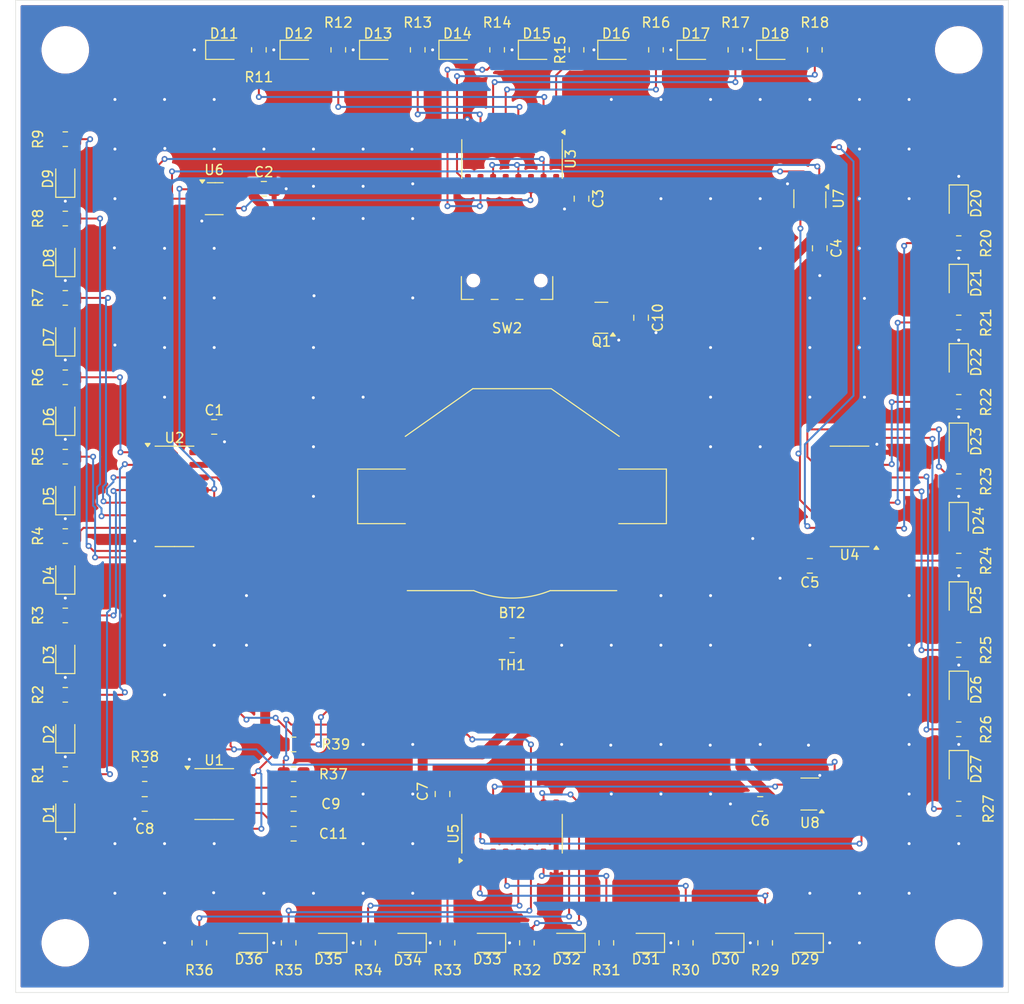
<source format=kicad_pcb>
(kicad_pcb (version 20240108) (generator "pcbnew") (generator_version "8.0")
  (layers (0 "F.Cu" signal) (31 "B.Cu" signal) (34 "B.Paste" user) (35 "F.Paste" user) (36 "B.SilkS" user "B.Silkscreen") (37 "F.SilkS" user "F.Silkscreen") (38 "B.Mask" user) (39 "F.Mask" user) (44 "Edge.Cuts" user))
  (net 0 "")
  (net 1 "GND")
  (net 2 "Net-(BT2-+)")
  (net 3 "VCC")
  (net 4 "/THRESHOLD")
  (net 5 "Net-(U1-CV)")
  (net 6 "Net-(D1-A)")
  (net 7 "Net-(D2-A)")
  (net 8 "Net-(D3-A)")
  (net 9 "Net-(D4-A)")
  (net 10 "Net-(D5-A)")
  (net 11 "Net-(D6-A)")
  (net 12 "Net-(D7-A)")
  (net 13 "Net-(D8-A)")
  (net 14 "Net-(D9-A)")
  (net 15 "Net-(D11-A)")
  (net 16 "Net-(D12-A)")
  (net 17 "Net-(D13-A)")
  (net 18 "Net-(D14-A)")
  (net 19 "Net-(D15-A)")
  (net 20 "Net-(D16-A)")
  (net 21 "Net-(D17-A)")
  (net 22 "Net-(D18-A)")
  (net 23 "Net-(D20-A)")
  (net 24 "Net-(D21-A)")
  (net 25 "Net-(D22-A)")
  (net 26 "Net-(D23-A)")
  (net 27 "Net-(D24-A)")
  (net 28 "Net-(D25-A)")
  (net 29 "Net-(D26-A)")
  (net 30 "Net-(D27-A)")
  (net 31 "Net-(D29-A)")
  (net 32 "Net-(D30-A)")
  (net 33 "Net-(D31-A)")
  (net 34 "Net-(D32-A)")
  (net 35 "Net-(D33-A)")
  (net 36 "Net-(D34-A)")
  (net 37 "Net-(D35-A)")
  (net 38 "Net-(D36-A)")
  (net 39 "Net-(Q1-D)")
  (net 40 "/U2_Q0")
  (net 41 "Net-(U2-Q1)")
  (net 42 "Net-(U2-Q2)")
  (net 43 "Net-(U2-Q3)")
  (net 44 "Net-(U2-Q4)")
  (net 45 "Net-(U2-Q5)")
  (net 46 "Net-(U2-Q6)")
  (net 47 "Net-(U2-Q7)")
  (net 48 "Net-(U2-Q8)")
  (net 49 "/U3_Q0")
  (net 50 "Net-(U3-Q1)")
  (net 51 "Net-(U3-Q2)")
  (net 52 "Net-(U3-Q3)")
  (net 53 "Net-(U3-Q4)")
  (net 54 "Net-(U3-Q5)")
  (net 55 "Net-(U3-Q6)")
  (net 56 "Net-(U3-Q7)")
  (net 57 "Net-(U3-Q8)")
  (net 58 "/U4_Q0")
  (net 59 "Net-(U4-Q1)")
  (net 60 "Net-(U4-Q2)")
  (net 61 "Net-(U4-Q3)")
  (net 62 "Net-(U4-Q4)")
  (net 63 "Net-(U4-Q5)")
  (net 64 "Net-(U4-Q6)")
  (net 65 "Net-(U4-Q7)")
  (net 66 "Net-(U4-Q8)")
  (net 67 "Net-(U5-Q1)")
  (net 68 "Net-(U5-Q2)")
  (net 69 "Net-(U5-Q3)")
  (net 70 "Net-(U5-Q4)")
  (net 71 "Net-(U5-Q5)")
  (net 72 "Net-(U5-Q6)")
  (net 73 "Net-(U5-Q7)")
  (net 74 "Net-(U5-Q8)")
  (net 75 "/DISCHARGE")
  (net 76 "/CLK")
  (net 77 "Net-(U1-Q)")
  (net 78 "Net-(R39-Pad2)")
  (net 81 "Net-(U2-Q9)")
  (net 82 "/U4_Q9")
  (net 83 "Net-(U3-CP0)")
  (net 85 "Net-(U3-Q9)")
  (net 86 "Net-(U4-Q9)")
  (net 88 "Net-(U4-CP0)")
  (net 89 "Net-(U5-CP0)")
  (footprint "Capacitor_SMD:C_0805_2012Metric_Pad1.18x1.45mm_HandSolder" (layer "F.Cu") (at 125 131 180)
    (property "Reference" "C6")
    (property "Value" "0.1uF")
  )
  (footprint "Resistor_SMD:R_0805_2012Metric_Pad1.20x1.40mm_HandSolder" (layer "F.Cu") (at 63 128)
    (property "Reference" "R38")
    (property "Value" "100R")
  )
  (footprint "Resistor_SMD:R_0805_2012Metric_Pad1.20x1.40mm_HandSolder" (layer "F.Cu") (at 117.5 145 -90)
    (property "Reference" "R30")
    (property "Value" "2K")
  )
  (footprint "Capacitor_SMD:C_0805_2012Metric_Pad1.18x1.45mm_HandSolder" (layer "F.Cu") (at 78 131)
    (property "Reference" "C9")
    (property "Value" "1uF")
  )
  (footprint "Resistor_SMD:R_0805_2012Metric_Pad1.20x1.40mm_HandSolder" (layer "F.Cu") (at 145 115.475)
    (property "Reference" "R25")
    (property "Value" "2K")
  )
  (footprint "Diode_SMD:D_0805_2012Metric_Pad1.15x1.40mm_HandSolder" (layer "F.Cu") (at 55 124 90)
    (property "Reference" "D2")
    (property "Value" "LED")
  )
  (footprint "Diode_SMD:D_0805_2012Metric_Pad1.15x1.40mm_HandSolder" (layer "F.Cu") (at 55 68 90)
    (property "Reference" "D9")
    (property "Value" "LED")
  )
  (footprint "Resistor_SMD:R_0805_2012Metric_Pad1.20x1.40mm_HandSolder" (layer "F.Cu") (at 145 131.475)
    (property "Reference" "R27")
    (property "Value" "2K")
  )
  (footprint "Diode_SMD:D_0805_2012Metric_Pad1.15x1.40mm_HandSolder" (layer "F.Cu") (at 145 86.475 -90)
    (property "Reference" "D22")
    (property "Value" "LED")
  )
  (footprint "Resistor_SMD:R_0805_2012Metric_Pad1.20x1.40mm_HandSolder" (layer "F.Cu") (at 145 74.475)
    (property "Reference" "R20")
    (property "Value" "2K")
  )
  (footprint "Package_TO_SOT_SMD:SOT-23-5_HandSoldering" (layer "F.Cu") (at 130 70 -90)
    (property "Reference" "U7")
    (property "Value" "74LVC1G08")
  )
  (footprint "Diode_SMD:D_0805_2012Metric_Pad1.15x1.40mm_HandSolder" (layer "F.Cu") (at 89.5 145 180)
    (property "Reference" "D34")
    (property "Value" "LED")
  )
  (footprint "Diode_SMD:D_0805_2012Metric_Pad1.15x1.40mm_HandSolder" (layer "F.Cu") (at 145 102.475 -90)
    (property "Reference" "D24")
    (property "Value" "LED")
  )
  (footprint "MountingHole:MountingHole_4.3mm_M4" (layer "F.Cu") (at 145 145)
    (property "Reference" "H3" (hide yes))
    (property "Value" "M4 MountingHole")
  )
  (footprint "Diode_SMD:D_0805_2012Metric_Pad1.15x1.40mm_HandSolder" (layer "F.Cu") (at 78.5 55)
    (property "Reference" "D12")
    (property "Value" "LED")
  )
  (footprint "Resistor_SMD:R_0805_2012Metric_Pad1.20x1.40mm_HandSolder" (layer "F.Cu") (at 114.5 55 90)
    (property "Reference" "R16")
    (property "Value" "2K")
  )
  (footprint "Resistor_SMD:R_0805_2012Metric_Pad1.20x1.40mm_HandSolder" (layer "F.Cu") (at 122.5 55 90)
    (property "Reference" "R17")
    (property "Value" "2K")
  )
  (footprint "Capacitor_SMD:C_0805_2012Metric_Pad1.18x1.45mm_HandSolder" (layer "F.Cu") (at 75 69)
    (property "Reference" "C2")
    (property "Value" "0.1uF")
  )
  (footprint "Package_SO:SOIC-16_3.9x9.9mm_P1.27mm" (layer "F.Cu") (at 100 134 90)
    (property "Reference" "U5")
    (property "Value" "74HC4017D")
  )
  (footprint "Package_TO_SOT_SMD:SOT-23-5_HandSoldering" (layer "F.Cu") (at 70 70)
    (property "Reference" "U6")
    (property "Value" "74LVC1G08")
  )
  (footprint "Battery:BatteryHolder_Keystone_3002_1x2032" (layer "F.Cu") (at 100 100 180)
    (property "Reference" "BT2")
    (property "Value" "Battery_Cell")
  )
  (footprint "Diode_SMD:D_0805_2012Metric_Pad1.15x1.40mm_HandSolder" (layer "F.Cu") (at 110.5 55)
    (property "Reference" "D16")
    (property "Value" "LED")
  )
  (footprint "Diode_SMD:D_0805_2012Metric_Pad1.15x1.40mm_HandSolder" (layer "F.Cu") (at 102.5 55)
    (property "Reference" "D15")
    (property "Value" "LED")
  )
  (footprint "Resistor_SMD:R_0805_2012Metric_Pad1.20x1.40mm_HandSolder" (layer "F.Cu") (at 74.5 55 90)
    (property "Reference" "R11")
    (property "Value" "2K")
  )
  (footprint "Resistor_SMD:R_0805_2012Metric_Pad1.20x1.40mm_HandSolder" (layer "F.Cu") (at 130.5 55 90)
    (property "Reference" "R18")
    (property "Value" "2K")
  )
  (footprint "Resistor_SMD:R_0805_2012Metric_Pad1.20x1.40mm_HandSolder" (layer "F.Cu") (at 145 106.475)
    (property "Reference" "R24")
    (property "Value" "2K")
  )
  (footprint "Resistor_SMD:R_0805_2012Metric_Pad1.20x1.40mm_HandSolder" (layer "F.Cu") (at 101.5 145 -90)
    (property "Reference" "R32")
    (property "Value" "2K")
  )
  (footprint "Resistor_SMD:R_0805_2012Metric_Pad1.20x1.40mm_HandSolder" (layer "F.Cu") (at 90.5 55 90)
    (property "Reference" "R13")
    (property "Value" "2K")
  )
  (footprint "Capacitor_SMD:C_0805_2012Metric_Pad1.18x1.45mm_HandSolder" (layer "F.Cu") (at 93 130 90)
    (property "Reference" "C7")
    (property "Value" "0.1uF")
  )
  (footprint "Diode_SMD:D_0805_2012Metric_Pad1.15x1.40mm_HandSolder" (layer "F.Cu") (at 145 78.475 -90)
    (property "Reference" "D21")
    (property "Value" "LED")
  )
  (footprint "Resistor_SMD:R_0805_2012Metric_Pad1.20x1.40mm_HandSolder" (layer "F.Cu") (at 100 115)
    (property "Reference" "TH1")
    (property "Value" "Thermistor_NTC 150K")
  )
  (footprint "Resistor_SMD:R_0805_2012Metric_Pad1.20x1.40mm_HandSolder" (layer "F.Cu") (at 145 98.475)
    (property "Reference" "R23")
    (property "Value" "2K")
  )
  (footprint "Diode_SMD:D_0805_2012Metric_Pad1.15x1.40mm_HandSolder" (layer "F.Cu") (at 129.5 145 180)
    (property "Reference" "D29")
    (property "Value" "LED")
  )
  (footprint "Diode_SMD:D_0805_2012Metric_Pad1.15x1.40mm_HandSolder" (layer "F.Cu") (at 145 94.475 -90)
    (property "Reference" "D23")
    (property "Value" "LED")
  )
  (footprint "Resistor_SMD:R_0805_2012Metric_Pad1.20x1.40mm_HandSolder" (layer "F.Cu") (at 85.5 145 -90)
    (property "Reference" "R34")
    (property "Value" "2K")
  )
  (footprint "Diode_SMD:D_0805_2012Metric_Pad1.15x1.40mm_HandSolder" (layer "F.Cu") (at 105.5 145 180)
    (property "Reference" "D32")
    (property "Value" "LED")
  )
  (footprint "Package_SO:SOIC-16_3.9x9.9mm_P1.27mm" (layer "F.Cu") (at 134 100 180)
    (property "Reference" "U4")
    (property "Value" "74HC4017D")
  )
  (footprint "Package_SO:SOIC-16_3.9x9.9mm_P1.27mm" (layer "F.Cu") (at 66 100)
    (property "Reference" "U2")
    (property "Value" "74HC4017D")
  )
  (footprint "Package_SO:SOIC-16_3.9x9.9mm_P1.27mm" (layer "F.Cu") (at 100 66 -90)
    (property "Reference" "U3")
    (property "Value" "74HC4017D")
  )
  (footprint "Resistor_SMD:R_0805_2012Metric_Pad1.20x1.40mm_HandSolder" (layer "F.Cu") (at 55 112 180)
    (property "Reference" "R3")
    (property "Value" "2K")
  )
  (footprint "Resistor_SMD:R_0805_2012Metric_Pad1.20x1.40mm_HandSolder" (layer "F.Cu") (at 55 64 180)
    (property "Reference" "R9")
    (property "Value" "2K")
  )
  (footprint "Capacitor_SMD:C_0805_2012Metric_Pad1.18x1.45mm_HandSolder" (layer "F.Cu") (at 63 131 180)
    (property "Reference" "C8")
    (property "Value" "0.1uF")
  )
  (footprint "Diode_SMD:D_0805_2012Metric_Pad1.15x1.40mm_HandSolder" (layer "F.Cu") (at 55 132 90)
    (property "Reference" "D1")
    (property "Value" "LED")
  )
  (footprint "Diode_SMD:D_0805_2012Metric_Pad1.15x1.40mm_HandSolder" (layer "F.Cu") (at 55 100 90)
    (property "Reference" "D5")
    (property "Value" "LED")
  )
  (footprint "Resistor_SMD:R_0805_2012Metric_Pad1.20x1.40mm_HandSolder" (layer "F.Cu") (at 125.5 145 -90)
    (property "Reference" "R29")
    (property "Value" "2K")
  )
  (footprint "Resistor_SMD:R_0805_2012Metric_Pad1.20x1.40mm_HandSolder" (layer "F.Cu") (at 55 80 180)
    (property "Reference" "R7")
    (property "Value" "2K")
  )
  (footprint "Diode_SMD:D_0805_2012Metric_Pad1.15x1.40mm_HandSolder" (layer "F.Cu") (at 55 116 90)
    (property "Reference" "D3")
    (property "Value" "LED")
  )
  (footprint "MountingHole:MountingHole_4.3mm_M4" (layer "F.Cu") (at 145 55)
    (property "Reference" "H2" (hide yes))
    (property "Value" "M4 MountingHole")
  )
  (footprint "Diode_SMD:D_0805_2012Metric_Pad1.15x1.40mm_HandSolder" (layer "F.Cu") (at 86.5 55)
    (property "Reference" "D13")
    (property "Value" "LED")
  )
  (footprint "Diode_SMD:D_0805_2012Metric_Pad1.15x1.40mm_HandSolder" (layer "F.Cu") (at 71 55)
    (property "Reference" "D11")
    (property "Value" "LED")
  )
  (footprint "Diode_SMD:D_0805_2012Metric_Pad1.15x1.40mm_HandSolder" (layer "F.Cu") (at 81.5 145 180)
    (property "Reference" "D35")
    (property "Value" "LED")
  )
  (footprint "Diode_SMD:D_0805_2012Metric_Pad1.15x1.40mm_HandSolder" (layer "F.Cu") (at 121.5 145 180)
    (property "Reference" "D30")
    (property "Value" "LED")
  )
  (footprint "Package_TO_SOT_SMD:SOT-23" (layer "F.Cu") (at 109 82 180)
    (property "Reference" "Q1")
    (property "Value" "AO3401A")
  )
  (footprint "Resistor_SMD:R_0805_2012Metric_Pad1.20x1.40mm_HandSolder" (layer "F.Cu") (at 145 82.475)
    (property "Reference" "R21")
    (property "Value" "2K")
  )
  (footprint "Diode_SMD:D_0805_2012Metric_Pad1.15x1.40mm_HandSolder" (layer "F.Cu") (at 94.5 55)
    (property "Reference" "D14")
    (property "Value" "LED")
  )
  (footprint "Diode_SMD:D_0805_2012Metric_Pad1.15x1.40mm_HandSolder" (layer "F.Cu") (at 145 70.475 -90)
    (property "Reference" "D20")
    (property "Value" "LED")
  )
  (footprint "Button_Switch_SMD:SW_SPDT_CK_JS102011SAQN" (layer "F.Cu") (at 99.5 78.25 180)
    (property "Reference" "SW2")
    (property "Value" "SW_SPDT")
  )
  (footprint "Resistor_SMD:R_0805_2012Metric_Pad1.20x1.40mm_HandSolder" (layer "F.Cu") (at 55 128 180)
    (property "Reference" "R1")
    (property "Value" "2K")
  )
  (footprint "Capacitor_SMD:C_0805_2012Metric_Pad1.18x1.45mm_HandSolder" (layer "F.Cu") (at 113 82 -90)
    (property "Reference" "C10")
    (property "Value" "1uF")
  )
  (footprint "Diode_SMD:D_0805_2012Metric_Pad1.15x1.40mm_HandSolder" (layer "F.Cu") (at 118.5 55)
    (property "Reference" "D17")
    (property "Value" "LED")
  )
  (footprint "Resistor_SMD:R_0805_2012Metric_Pad1.20x1.40mm_HandSolder" (layer "F.Cu") (at 109.5 145 -90)
    (property "Reference" "R31")
    (property "Value" "2K")
  )
  (footprint "Diode_SMD:D_0805_2012Metric_Pad1.15x1.40mm_HandSolder" (layer "F.Cu") (at 55 92 90)
    (property "Reference" "D6")
    (property "Value" "LED")
  )
  (footprint "Resistor_SMD:R_0805_2012Metric_Pad1.20x1.40mm_HandSolder" (layer "F.Cu") (at 77.5 145 -90)
    (property "Reference" "R35")
    (property "Value" "2K")
  )
  (footprint "Resistor_SMD:R_0805_2012Metric_Pad1.20x1.40mm_HandSolder" (layer "F.Cu") (at 55 104 180)
    (property "Reference" "R4")
    (property "Value" "2K")
  )
  (footprint "Resistor_SMD:R_0805_2012Metric_Pad1.20x1.40mm_HandSolder" (layer "F.Cu") (at 68.5 145 -90)
    (property "Reference" "R36")
    (property "Value" "2K")
  )
  (footprint "Diode_SMD:D_0805_2012Metric_Pad1.15x1.40mm_HandSolder" (layer "F.Cu") (at 113.5 145 180)
    (property "Reference" "D31")
    (property "Value" "LED")
  )
  (footprint "Resistor_SMD:R_0805_2012Metric_Pad1.20x1.40mm_HandSolder" (layer "F.Cu") (at 55 88 180)
    (property "Reference" "R6")
    (property "Value" "2K")
  )
  (footprint "Resistor_SMD:R_0805_2012Metric_Pad1.20x1.40mm_HandSolder" (layer "F.Cu") (at 55 72 180)
    (property "Reference" "R8")
    (property "Value" "2K")
  )
  (footprint "Diode_SMD:D_0805_2012Metric_Pad1.15x1.40mm_HandSolder" (layer "F.Cu") (at 73.5 145 180)
    (property "Reference" "D36")
    (property "Value" "LED")
  )
  (footprint "Resistor_SMD:R_0805_2012Metric_Pad1.20x1.40mm_HandSolder" (layer "F.Cu") (at 98.5 55 90)
    (property "Reference" "R14")
    (property "Value" "2K")
  )
  (footprint "Resistor_SMD:R_0805_2012Metric_Pad1.20x1.40mm_HandSolder" (layer "F.Cu") (at 93.5 145 -90)
    (property "Reference" "R33")
    (property "Value" "2K")
  )
  (footprint "MountingHole:MountingHole_4.3mm_M4" (layer "F.Cu") (at 55 55)
    (property "Reference" "H1" (hide yes))
    (property "Value" "M4 MountingHole")
  )
  (footprint "Resistor_SMD:R_0805_2012Metric_Pad1.20x1.40mm_HandSolder" (layer "F.Cu") (at 82.5 55 90)
    (property "Reference" "R12")
    (property "Value" "2K")
  )
  (footprint "Capacitor_SMD:C_0805_2012Metric_Pad1.18x1.45mm_HandSolder" (layer "F.Cu") (at 131 75 -90)
    (property "Reference" "C4")
    (property "Value" "0.1uF")
  )
  (footprint "MountingHole:MountingHole_4.3mm_M4" (layer "F.Cu") (at 55 145)
    (property "Reference" "H4" (hide yes))
    (property "Value" "M4 MountingHole")
  )
  (footprint "Capacitor_SMD:C_0805_2012Metric_Pad1.18x1.45mm_HandSolder" (layer "F.Cu") (at 130 107 180)
    (property "Reference" "C5")
    (property "Value" "0.1uF")
  )
  (footprint "Diode_SMD:D_0805_2012Metric_Pad1.15x1.40mm_HandSolder" (layer "F.Cu") (at 145 119.475 -90)
    (property "Reference" "D26")
    (property "Value" "LED")
  )
  (footprint "Resistor_SMD:R_0805_2012Metric_Pad1.20x1.40mm_HandSolder" (layer "F.Cu") (at 55 96 180)
    (property "Reference" "R5")
    (property "Value" "2K")
  )
  (footprint "Diode_SMD:D_0805_2012Metric_Pad1.15x1.40mm_HandSolder" (layer "F.Cu") (at 97.5 145 180)
    (property "Reference" "D33")
    (property "Value" "LED")
  )
  (footprint "Diode_SMD:D_0805_2012Metric_Pad1.15x1.40mm_HandSolder" (layer "F.Cu") (at 55 108 90)
    (property "Reference" "D4")
    (property "Value" "LED")
  )
  (footprint "Resistor_SMD:R_0805_2012Metric_Pad1.20x1.40mm_HandSolder" (layer "F.Cu") (at 78 128)
    (property "Reference" "R37")
    (property "Value" "2K")
  )
  (footprint "Resistor_SMD:R_0805_2012Metric_Pad1.20x1.40mm_HandSolder" (layer "F.Cu") (at 55 120 180)
    (property "Reference" "R2")
    (property "Value" "2K")
  )
  (footprint "Diode_SMD:D_0805_2012Metric_Pad1.15x1.40mm_HandSolder" (layer "F.Cu") (at 145 110.475 -90)
    (property "Reference" "D25")
    (property "Value" "LED")
  )
  (footprint "Resistor_SMD:R_0805_2012Metric_Pad1.20x1.40mm_HandSolder" (layer "F.Cu") (at 78 125)
    (property "Reference" "R39")
    (property "Value" "2K")
  )
  (footprint "Diode_SMD:D_0805_2012Metric_Pad1.15x1.40mm_HandSolder" (layer "F.Cu") (at 145 127.475 -90)
    (property "Reference" "D27")
    (property "Value" "LED")
  )
  (footprint "Resistor_SMD:R_0805_2012Metric_Pad1.20x1.40mm_HandSolder" (layer "F.Cu") (at 145 123.475)
    (property "Reference" "R26")
    (property "Value" "2K")
  )
  (footprint "Package_TO_SOT_SMD:SOT-23-5_HandSoldering" (layer "F.Cu") (at 130 130 180)
    (property "Reference" "U8")
    (property "Value" "74LVC1G08")
  )
  (footprint "Capacitor_SMD:C_0805_2012Metric_Pad1.18x1.45mm_HandSolder" (layer "F.Cu") (at 78 134)
    (property "Reference" "C11")
    (property "Value" "0.1uF")
  )
  (footprint "Package_SO:SOIC-8_3.9x4.9mm_P1.27mm" (layer "F.Cu") (at 70 130)
    (property "Reference" "U1")
    (property "Value" "TLC555xD")
  )
  (footprint "Capacitor_SMD:C_0805_2012Metric_Pad1.18x1.45mm_HandSolder" (layer "F.Cu") (at 70 93)
    (property "Reference" "C1")
    (property "Value" "0.1uF")
  )
  (footprint "Resistor_SMD:R_0805_2012Metric_Pad1.20x1.40mm_HandSolder" (layer "F.Cu") (at 106.5 55 90)
    (property "Reference" "R15")
    (property "Value" "2K")
  )
  (footprint "Diode_SMD:D_0805_2012Metric_Pad1.15x1.40mm_HandSolder" (layer "F.Cu") (at 55 76 90)
    (property "Reference" "D8")
    (property "Value" "LED")
  )
  (footprint "Resistor_SMD:R_0805_2012Metric_Pad1.20x1.40mm_HandSolder" (layer "F.Cu") (at 145 90.475)
    (property "Reference" "R22")
    (property "Value" "2K")
  )
  (footprint "Diode_SMD:D_0805_2012Metric_Pad1.15x1.40mm_HandSolder" (layer "F.Cu") (at 126.5 55)
    (property "Reference" "D18")
    (property "Value" "LED")
  )
  (footprint "Diode_SMD:D_0805_2012Metric_Pad1.15x1.40mm_HandSolder" (layer "F.Cu") (at 55 84 90)
    (property "Reference" "D7")
    (property "Value" "LED")
  )
  (footprint "Capacitor_SMD:C_0805_2012Metric_Pad1.18x1.45mm_HandSolder" (layer "F.Cu") (at 107 70 -90)
    (property "Reference" "C3")
    (property "Value" "0.1uF")
  )
  (gr_line (start 150 150) (end 50 150) (stroke (width 0.05)) (layer "Edge.Cuts"))
  (gr_line (start 150 50) (end 150 150) (stroke (width 0.05)) (layer "Edge.Cuts"))
  (gr_line (start 50 150) (end 50 50) (stroke (width 0.05)) (layer "Edge.Cuts"))
  (gr_line (start 50 50) (end 150 50) (stroke (width 0.05)) (layer "Edge.Cuts"))
  (segment (start 76.0375 69) (end 77.25 69) (width 0.2) (layer "F.Cu") (net 1))
  (segment (start 145 118.45) (end 145 117) (width 0.2) (layer "F.Cu") (net 1))
  (segment (start 136.475 95.555) (end 136.475 95.025) (width 0.2) (layer "F.Cu") (net 1))
  (segment (start 117.475 55) (end 116 55) (width 0.2) (layer "F.Cu") (net 1))
  (segment (start 55 133.025) (end 55 134.5) (width 0.2) (layer "F.Cu") (net 1))
  (segment (start 109.9375 82.95) (end 109.9375 83.4375) (width 0.2) (layer "F.Cu") (net 1))
  (segment (start 128.250006 107) (end 127.000006 108.25) (width 0.2) (layer "F.Cu") (net 1))
  (segment (start 145 126.45) (end 145 125) (width 0.2) (layer "F.Cu") (net 1))
  (segment (start 90.525 145) (end 91.75 145) (width 0.2) (layer "F.Cu") (net 1))
  (segment (start 109.475 55) (end 108.25 55) (width 0.2) (layer "F.Cu") (net 1))
  (segment (start 112.9125 82.95) (end 113 83.0375) (width 0.2) (layer "F.Cu") (net 1))
  (segment (start 67.525 128.095) (end 67.525 126.525) (width 0.2) (layer "F.Cu") (net 1))
  (segment (start 55 94.5) (end 55 94.25) (width 0.2) (layer "F.Cu") (net 1))
  (segment (start 145 93.45) (end 145 92) (width 0.2) (layer "F.Cu") (net 1))
  (segment (start 107 71.0375) (end 105.2875 71.0375) (width 0.2) (layer "F.Cu") (net 1))
  (segment (start 129.05 68.65) (end 127.9 68.65) (width 0.2) (layer "F.Cu") (net 1))
  (segment (start 55 117.025) (end 55 118.25) (width 0.2) (layer "F.Cu") (net 1))
  (segment (start 74.525 145) (end 76 145) (width 0.2) (layer "F.Cu") (net 1))
  (segment (start 131.35 129.05) (end 131.000847 128.700847) (width 0.2) (layer "F.Cu") (net 1))
  (segment (start 128.9625 107) (end 128.250006 107) (width 0.2) (layer "F.Cu") (net 1))
  (segment (start 145 77.45) (end 145 76) (width 0.2) (layer "F.Cu") (net 1))
  (segment (start 85.475 55) (end 84 55) (width 0.2) (layer "F.Cu") (net 1))
  (segment (start 131 76.0375) (end 131 77.75) (width 0.2) (layer "F.Cu") (net 1))
  (segment (start 109.9375 83.4375) (end 110.75 84.25) (width 0.2) (layer "F.Cu") (net 1))
  (segment (start 55 77.025) (end 55 78.25) (width 0.2) (layer "F.Cu") (net 1))
  (segment (start 55 93.025) (end 55 94.25) (width 0.2) (layer "F.Cu") (net 1))
  (segment (start 109.9375 82.95) (end 112.9125 82.95) (width 0.2) (layer "F.Cu") (net 1))
  (segment (start 55 109.025) (end 55 110.25) (width 0.2) (layer "F.Cu") (net 1))
  (segment (start 55 125.025) (end 55 126.25) (width 0.2) (layer "F.Cu") (net 1))
  (segment (start 125.475 55) (end 124 55) (width 0.2) (layer "F.Cu") (net 1))
  (segment (start 67.525 126.525) (end 67.5 126.5) (width 0.2) (layer "F.Cu") (net 1))
  (segment (start 93.475 55) (end 92 55) (width 0.2) (layer "F.Cu") (net 1))
  (segment (start 95.555 62.055) (end 95.5 62) (width 0.2) (layer "F.Cu") (net 1))
  (segment (start 62.055 104.445) (end 62 104.5) (width 0.2) (layer "F.Cu") (net 1))
  (segment (start 55 69.025) (end 55 70.25) (width 0.2) (layer "F.Cu") (net 1))
  (segment (start 55 85.025) (end 55 86.25) (width 0.2) (layer "F.Cu") (net 1))
  (segment (start 95.555 63.525) (end 95.555 62.055) (width 0.2) (layer "F.Cu") (net 1))
  (segment (start 71.0375 94.7125) (end 71.0375 94.5) (width 0.2) (layer "F.Cu") (net 1))
  (segment (start 77.475 55) (end 76 55) (width 0.2) (layer "F.Cu") (net 1))
  (segment (start 114.525 145) (end 116 145) (width 0.2) (layer "F.Cu") (net 1))
  (segment (start 105.25 71) (end 105.2875 71.0375) (width 0.2) (layer "F.Cu") (net 1))
  (segment (start 145 101.45) (end 145 100) (width 0.2) (layer "F.Cu") (net 1))
  (segment (start 68.65 70.95) (end 68.65 72.15) (width 0.2) (layer "F.Cu") (net 1))
  (segment (start 98.525 145) (end 99.75 145) (width 0.2) (layer "F.Cu") (net 1))
  (segment (start 130.525 145) (end 132 145) (width 0.2) (layer "F.Cu") (net 1))
  (segment (start 113 83.5) (end 114.49999 83.5) (width 0.2) (layer "F.Cu") (net 1))
  (segment (start 145 109.45) (end 145 108) (width 0.2) (layer "F.Cu") (net 1))
  (segment (start 145 69.45) (end 145 67.75) (width 0.2) (layer "F.Cu") (net 1))
  (segment (start 61.9625 131) (end 61.9625 132.4625) (width 0.2) (layer "F.Cu") (net 1))
  (segment (start 127.9 68.65) (end 127.75 68.5) (width 0.2) (layer "F.Cu") (net 1))
  (segment (start 71.0375 93) (end 71.0375 94.5) (width 0.2) (layer "F.Cu") (net 1))
  (segment (start 101.475 55) (end 100 55) (width 0.2) (layer "F.Cu") (net 1))
  (segment (start 68.65 72.15) (end 68.75 72.25) (width 0.2) (layer "F.Cu") (net 1))
  (segment (start 145 85.45) (end 145 84.25) (width 0.2) (layer "F.Cu") (net 1))
  (segment (start 113 83.0375) (end 113 83.5) (width 0.2) (layer "F.Cu") (net 1))
  (segment (start 131.000847 128.700847) (end 131.000847 128.122168) (width 0.2) (layer "F.Cu") (net 1))
  (segment (start 69.475 55) (end 68 55) (width 0.2) (layer "F.Cu") (net 1))
  (segment (start 55 101.025) (end 55 102.249976) (width 0.2) (layer "F.Cu") (net 1))
  (segment (start 123.9625 131) (end 122 131) (width 0.2) (layer "F.Cu") (net 1))
  (segment (start 63.525 104.445) (end 62.055 104.445) (width 0.2) (layer "F.Cu") (net 1))
  (segment (start 136.475 95.025) (end 136.75 94.75) (width 0.2) (layer "F.Cu") (net 1))
  (segment (start 122.525 145) (end 124 145) (width 0.2) (layer "F.Cu") (net 1))
  (segment (start 71 94.75) (end 71.0375 94.7125) (width 0.2) (layer "F.Cu") (net 1))
  (segment (start 82.525 145) (end 84 145) (width 0.2) (layer "F.Cu") (net 1))
  (segment (start 61.9625 132.4625) (end 62 132.5) (width 0.2) (layer "F.Cu") (net 1))
  (via (at 60 70) (size 0.6) (drill 0.3) (layers "F.Cu" "B.Cu") (net 1))
  (via (at 80 95) (size 0.6) (drill 0.3) (layers "F.Cu" "B.Cu") (net 1))
  (via (at 135 75) (size 0.6) (drill 0.3) (layers "F.Cu" "B.Cu") (net 1))
  (via (at 140 65) (size 0.6) (drill 0.3) (layers "F.Cu" "B.Cu") (net 1))
  (via (at 110 60) (size 0.6) (drill 0.3) (layers "F.Cu" "B.Cu") (net 1))
  (via (at 90 135) (size 0.6) (drill 0.3) (layers "F.Cu" "B.Cu") (net 1))
  (via (at 127.75 68.5) (size 0.6) (drill 0.3) (layers "F.Cu" "B.Cu") (net 1))
  (via (at 145 135) (size 0.6) (drill 0.3) (layers "F.Cu" "B.Cu") (net 1))
  (via (at 135 65) (size 0.6) (drill 0.3) (layers "F.Cu" "B.Cu") (net 1))
  (via (at 85 90) (size 0.6) (drill 0.3) (layers "F.Cu" "B.Cu") (net 1))
  (via (at 120 90) (size 0.6) (drill 0.3) (layers "F.Cu" "B.Cu") (net 1))
  (via (at 127.000006 108.25) (size 0.6) (drill 0.3) (layers "F.Cu" "B.Cu") (net 1))
  (via (at 145 67.75) (size 0.6) (drill 0.3) (layers "F.Cu" "B.Cu") (net 1))
  (via (at 130 80) (size 0.6) (drill 0.3) (layers "F.Cu" "B.Cu") (net 1))
  (via (at 120 85) (size 0.6) (drill 0.3) (layers "F.Cu" "B.Cu") (net 1))
  (via (at 125 75) (size 0.6) (drill 0.3) (layers "F.Cu" "B.Cu") (net 1))
  (via (at 55 94.25) (size 0.6) (drill 0.3) (layers "F.Cu" "B.Cu") (net 1))
  (via (at 120 115) (size 0.6) (drill 0.3) (layers "F.Cu" "B.Cu") (net 1))
  (via (at 90 140) (size 0.6) (drill 0.3) (layers "F.Cu" "B.Cu") (net 1))
  (via (at 124.25 104.25) (size 0.6) (drill 0.3) (layers "F.Cu" "B.Cu") (net 1))
  (via (at 100 55) (size 0.6) (drill 0.3) (layers "F.Cu" "B.Cu") (net 1))
  (via (at 140 120) (size 0.6) (drill 0.3) (layers "F.Cu" "B.Cu") (net 1))
  (via (at 85 130) (size 0.6) (drill 0.3) (layers "F.Cu" "B.Cu") (net 1))
  (via (at 125 60) (size 0.6) (drill 0.3) (layers "F.Cu" "B.Cu") (net 1))
  (via (at 65 90) (size 0.6) (drill 0.3) (layers "F.Cu" "B.Cu") (net 1))
  (via (at 116 55) (size 0.6) (drill 0.3) (layers "F.Cu" "B.Cu") (net 1))
  (via (at 105 125) (size 0.6) (drill 0.3) (layers "F.Cu" "B.Cu") (net 1))
  (via (at 55 118.25) (size 0.6) (drill 0.3) (layers "F.Cu" "B.Cu") (net 1))
  (via (at 145 92) (size 0.6) (drill 0.3) (layers "F.Cu" "B.Cu") (net 1))
  (via (at 145 100) (size 0.6) (drill 0.3) (layers "F.Cu" "B.Cu") (net 1))
  (via (at 99.75 145) (size 0.6) (drill 0.3) (layers "F.Cu" "B.Cu") (net 1))
  (via (at 65 140) (size 0.6) (drill 0.3) (layers "F.Cu" "B.Cu") (net 1))
  (via (at 76 145) (size 0.6) (drill 0.3) (layers "F.Cu" "B.Cu") (net 1))
  (via (at 115 130) (size 0.6) (drill 0.3) (layers "F.Cu" "B.Cu") (net 1))
  (via (at 109.946938 125.073061) (size 0.6) (drill 0.3) (layers "F.Cu" "B.Cu") (net 1))
  (via (at 80 85) (size 0.6) (drill 0.3) (layers "F.Cu" "B.Cu") (net 1))
  (via (at 115 125) (size 0.6) (drill 0.3) (layers "F.Cu" "B.Cu") (net 1))
  (via (at 55 126.25) (size 0.6) (drill 0.3) (layers "F.Cu" "B.Cu") (net 1))
  (via (at 70 135) (size 0.6) (drill 0.3) (layers "F.Cu" "B.Cu") (net 1))
  (via (at 80 100) (size 0.6) (drill 0.3) (layers "F.Cu" "B.Cu") (net 1))
  (via (at 60 60) (size 0.6) (drill 0.3) (layers "F.Cu" "B.Cu") (net 1))
  (via (at 69.945088 139.946013) (size 0.6) (drill 0.3) (layers "F.Cu" "B.Cu") (net 1))
  (via (at 70 80) (size 0.6) (drill 0.3) (layers "F.Cu" "B.Cu") (net 1))
  (via (at 140 140) (size 0.6) (drill 0.3) (layers "F.Cu" "B.Cu") (net 1))
  (via (at 131 77.75) (size 0.6) (drill 0.3) (layers "F.Cu" "B.Cu") (net 1))
  (via (at 62 132.5) (size 0.6) (drill 0.3) (layers "F.Cu" "B.Cu") (net 1))
  (via (at 145 125) (size 0.6) (drill 0.3) (layers "F.Cu" "B.Cu") (net 1))
  (via (at 60 84.75) (size 0.6) (drill 0.3) (layers "F.Cu" "B.Cu") (net 1))
  (via (at 130 90) (size 0.6) (drill 0.3) (layers "F.Cu" "B.Cu") (net 1))
  (via (at 85 65) (size 0.6) (drill 0.3) (layers "F.Cu" "B.Cu") (net 1))
  (via (at 105 115) (size 0.6) (drill 0.3) (layers "F.Cu" "B.Cu") (net 1))
  (via (at 110 130) (size 0.6) (drill 0.3) (layers "F.Cu" "B.Cu") (net 1))
  (via (at 120 110) (size 0.6) (drill 0.3) (layers "F.Cu" "B.Cu") (net 1))
  (via (at 70 60) (size 0.6) (drill 0.3) (layers "F.Cu" "B.Cu") (net 1))
  (via (at 124 145) (size 0.6) (drill 0.3) (layers "F.Cu" "B.Cu") (net 1))
  (via (at 68.75 72.25) (size 0.6) (drill 0.3) (layers "F.Cu" "B.Cu") (net 1))
  (via (at 80 140) (size 0.6) (drill 0.3) (layers "F.Cu" "B.Cu") (net 1))
  (via (at 145 117) (size 0.6) (drill 0.3) (layers "F.Cu" "B.Cu") (net 1))
  (via (at 90 125) (size 0.6) (drill 0.3) (layers "F.Cu" "B.Cu") (net 1))
  (via (at 129.864571 125.073755) (size 0.6) (drill 0.3) (layers "F.Cu" "B.Cu") (net 1))
  (via (at 120 130) (size 0.6) (drill 0.3) (layers "F.Cu" "B.Cu") (net 1))
  (via (at 65 60) (size 0.6) (drill 0.3) (layers "F.Cu" "B.Cu") (net 1))
  (via (at 115 110) (size 0.6) (drill 0.3) (layers "F.Cu" "B.Cu") (net 1))
  (via (at 65 75) (size 0.6) (drill 0.3) (layers "F.Cu" "B.Cu") (net 1))
  (via (at 125 95) (size 0.6) (drill 0.3) (layers "F.Cu" "B.Cu") (net 1))
  (via (at 90 130) (size 0.6) (drill 0.3) (layers "F.Cu" "B.Cu") (net 1))
  (via (at 80 65) (size 0.6) (drill 0.3) (layers "F.Cu" "B.Cu") (net 1))
  (via (at 140 115) (size 0.6) (drill 0.3) (layers "F.Cu" "B.Cu") (net 1))
  (via (at 55 102.249976) (size 0.6) (drill 0.3) (layers "F.Cu" "B.Cu") (net 1))
  (via (at 70 75) (size 0.6) (drill 0.3) (layers "F.Cu" "B.Cu") (net 1))
  (via (at 145 108) (size 0.6) (drill 0.3) (layers "F.Cu" "B.Cu") (net 1))
  (via (at 130 85) (size 0.6) (drill 0.3) (layers "F.Cu" "B.Cu") (net 1))
  (via (at 60 140) (size 0.6) (drill 0.3) (layers "F.Cu" "B.Cu") (net 1))
  (via (at 125 70) (size 0.6) (drill 0.3) (layers "F.Cu" "B.Cu") (net 1))
  (via (at 135 140) (size 0.6) (drill 0.3) (layers "F.Cu" "B.Cu") (net 1))
  (via (at 80 68.75) (size 0.6) (drill 0.3) (layers "F.Cu" "B.Cu") (net 1))
  (via (at 65 115) (size 0.6) (drill 0.3) (layers "F.Cu" "B.Cu") (net 1))
  (via (at 65 135) (size 0.6) (drill 0.3) (layers "F.Cu" "B.Cu") (net 1))
  (via (at 120 60) (size 0.6) (drill 0.3) (layers "F.Cu" "B.Cu") (net 1))
  (via (at 140 125) (size 0.6) (drill 0.3) (layers "F.Cu" "B.Cu") (net 1))
  (via (at 55 78.25) (size 0.6) (drill 0.3) (layers "F.Cu" "B.Cu") (net 1))
  (via (at 60 135) (size 0.6) (drill 0.3) (layers "F.Cu" "B.Cu") (net 1))
  (via (at 85 68.75) (size 0.6) (drill 0.3) (layers "F.Cu" "B.Cu") (net 1))
  (via (at 71.0375 94.5) (size 0.6) (drill 0.3) (layers "F.Cu" "B.Cu") (net 1))
  (via (at 131.000847 128.122168) (size 0.6) (drill 0.3) (layers "F.Cu" "B.Cu") (net 1))
  (via (at 135.5 90) (size 0.6) (drill 0.3) (layers "F.Cu" "B.Cu") (net 1))
  (via (at 91.75 145) (size 0.6) (drill 0.3) (layers "F.Cu" "B.Cu") (net 1))
  (via (at 90 68.5) (size 0.6) (drill 0.3) (layers "F.Cu" "B.Cu") (net 1))
  (via (at 90 80) (size 0.6) (drill 0.3) (layers "F.Cu" "B.Cu") (net 1))
  (via (at 108.25 55) (size 0.6) (drill 0.3) (layers "F.Cu" "B.Cu") (net 1))
  (via (at 120 70) (size 0.6) (drill 0.3) (layers "F.Cu" "B.Cu") (net 1))
  (via (at 65 85) (size 0.6) (drill 0.3) (layers "F.Cu" "B.Cu") (net 1))
  (via (at 110.75 84.25) (size 0.6) (drill 0.3) (layers "F.Cu" "B.Cu") (net 1))
  (via (at 110 115) (size 0.6) (drill 0.3) (layers "F.Cu" "B.Cu") (net 1))
  (via (at 90 72) (size 0.6) (drill 0.3) (layers "F.Cu" "B.Cu") (net 1))
  (via (at 92 55) (size 0.6) (drill 0.3) (layers "F.Cu" "B.Cu") (net 1))
  (via (at 119.965551 125.073061) (size 0.6) (drill 0.3) (layers "F.Cu" "B.Cu") (net 1))
  (via (at 95.5 62) (size 0.6) (drill 0.3) (layers "F.Cu" "B.Cu") (net 1))
  (via (at 135 85) (size 0.6) (drill 0.3) (layers "F.Cu" "B.Cu") (net 1))
  (via (at 145 84.25) (size 0.6) (drill 0.3) (layers "F.Cu" "B.Cu") (net 1))
  (via (at 79.982312 90.054911) (size 0.6) (drill 0.3) (layers "F.Cu" "B.Cu") (net 1))
  (via (at 89.928326 65.00838) (size 0.6) (drill 0.3) (layers "F.Cu" "B.Cu") (net 1))
  (via (at 70 65) (size 0.6) (drill 0.3) (layers "F.Cu" "B.Cu") (net 1))
  (via (at 130 140) (size 0.6) (drill 0.3) (layers "F.Cu" "B.Cu") (net 1))
  (via (at 55 86.25) (size 0.6) (drill 0.3) (layers "F.Cu" "B.Cu") (net 1))
  (via (at 115 70) (size 0.6) (drill 0.3) (layers "F.Cu" "B.Cu") (net 1))
  (via (at 59.945088 74.954394) (size 0.6) (drill 0.3) (layers "F.Cu" "B.Cu") (net 1))
  (via (at 135 145) (size 0.6) (drill 0.3) (layers "F.Cu" "B.Cu") (net 1))
  (via (at 140 135) (size 0.6) (drill 0.3) (layers "F.Cu" "B.Cu") (net 1))
  (via (at 85 72) (size 0.6) (drill 0.3) (layers "F.Cu" "B.Cu") (net 1))
  (via (at 140 60) (size 0.6) (drill 0.3) (layers "F.Cu" "B.Cu") (net 1))
  (via (at 135.5 80.045605) (size 0.6) (drill 0.3) (layers "F.Cu" "B.Cu") (net 1))
  (via (at 84 145) (size 0.6) (drill 0.3) (layers "F.Cu" "B.Cu") (net 1))
  (via (at 130 115) (size 0.6) (drill 0.3) (layers "F.Cu" "B.Cu") (net 1))
  (via (at 85 140) (size 0.6) (drill 0.3) (layers "F.Cu" "B.Cu") (net 1))
  (via (at 114.49999 83.5) (size 0.6) (drill 0.3) (layers "F.Cu" "B.Cu") (net 1))
  (via (at 136.75 94.75) (size 0.6) (drill 0.3) (layers "F.Cu" "B.Cu") (net 1))
  (via (at 55 70.25) (size 0.6) (drill 0.3) (layers "F.Cu" "B.Cu") (net 1))
  (via (at 65 80) (size 0.6) (drill 0.3) (layers "F.Cu" "B.Cu") (net 1))
  (via (at 116 145) (size 0.6) (drill 0.3) (layers "F.Cu" "B.Cu") (net 1))
  (via (at 84 55) (size 0.6) (drill 0.3) (layers "F.Cu" "B.Cu") (net 1))
  (via (at 65 120) (size 0.6) (drill 0.3) (layers "F.Cu" "B.Cu") (net 1))
  (via (at 73.25 110) (size 0.6) (drill 0.3) (layers "F.Cu" "B.Cu") (net 1))
  (via (at 122 131) (size 0.6) (drill 0.3) (layers "F.Cu" "B.Cu") (net 1))
  (via (at 115 60) (size 0.6) (drill 0.3) (layers "F.Cu" "B.Cu") (net 1))
  (via (at 73.25 115) (size 0.6) (drill 0.3) (layers "F.Cu" "B.Cu") (net 1))
  (via (at 70 115) (size 0.6) (drill 0.3) (layers "F.Cu" "B.Cu") (net 1))
  (via (at 60 65) (size 0.6) (drill 0.3) (layers "F.Cu" "B.Cu") (net 1))
  (via (at 76 55) (size 0.6) (drill 0.3) (layers "F.Cu" "B.Cu") (net 1))
  (via (at 120 95) (size 0.6) (drill 0.3) (layers "F.Cu" "B.Cu") (net 1))
  (via (at 65 110) (size 0.6) (drill 0.3) (layers "F.Cu" "B.Cu") (net 1))
  (via (at 75 65) (size 0.6) (drill 0.3) (layers "F.Cu" "B.Cu") (net 1))
  (via (at 75 140) (size 0.6) (drill 0.3) (layers "F.Cu" "B.Cu") (net 1))
  (via (at 65 145) (size 0.6) (drill 0.3) (layers "F.Cu" "B.Cu") (net 1))
  (via (at 77.25 69) (size 0.6) (drill 0.3) (layers "F.Cu" "B.Cu") (net 1))
  (via (at 55 134.5) (size 0.6) (drill 0.3) (layers "F.Cu" "B.Cu") (net 1))
  (via (at 68 55) (size 0.6) (drill 0.3) (layers "F.Cu" "B.Cu") (net 1))
  (via (at 132 145) (size 0.6) (drill 0.3) (layers "F.Cu" "B.Cu") (net 1))
  (via (at 130 60) (size 0.6) (drill 0.3) (layers "F.Cu" "B.Cu") (net 1))
  (via (at 115 115) (size 0.6) (drill 0.3) (layers "F.Cu" "B.Cu") (net 1))
  (via (at 145 76) (size 0.6) (drill 0.3) (layers "F.Cu" "B.Cu") (net 1))
  (via (at 70 85) (size 0.6) (drill 0.3) (layers "F.Cu" "B.Cu") (net 1))
  (via (at 80 72) (size 0.6) (drill 0.3) (layers "F.Cu" "B.Cu") (net 1))
  (via (at 140 70) (size 0.6) (drill 0.3) (layers "F.Cu" "B.Cu") (net 1))
  (via (at 62 104.5) (size 0.6) (drill 0.3) (layers "F.Cu" "B.Cu") (net 1))
  (via (at 140 110) (size 0.6) (drill 0.3) (layers "F.Cu" "B.Cu") (net 1))
  (via (at 80.054911 79.782204) (size 0.6) (drill 0.3) (layers "F.Cu" "B.Cu") (net 1))
  (via (at 135 60) (size 0.6) (drill 0.3) (layers "F.Cu" "B.Cu") (net 1))
  (via (at 55 110.25) (size 0.6) (drill 0.3) (layers "F.Cu" "B.Cu") (net 1))
  (via (at 135 70) (size 0.6) (drill 0.3) (layers "F.Cu" "B.Cu") (net 1))
  (via (at 85 125) (size 0.6) (drill 0.3) (layers "F.Cu" "B.Cu") (net 1))
  (via (at 85 135) (size 0.6) (drill 0.3) (layers "F.Cu" "B.Cu") (net 1))
  (via (at 67.5 126.5) (size 0.6) (drill 0.3) (layers "F.Cu" "B.Cu") (net 1))
  (via (at 105.2875 71.0375) (size 0.6) (drill 0.3) (layers "F.Cu" "B.Cu") (net 1))
  (via (at 65.026993 64.935782) (size 0.6) (drill 0.3) (layers "F.Cu" "B.Cu") (net 1))
  (via (at 124 55) (size 0.6) (drill 0.3) (layers "F.Cu" "B.Cu") (net 1))
  (via (at 125 125) (size 0.6) (drill 0.3) (layers "F.Cu" "B.Cu") (net 1))
  (via (at 140 130) (size 0.6) (drill 0.3) (layers "F.Cu" "B.Cu") (net 1))
  (segment (start 84.75 55) (end 85.25 54.5) (width 0.2) (layer "B.Cu") (net 1))
  (segment (start 84 55) (end 84.75 55) (width 0.2) (layer "B.Cu") (net 1))
  (segment (start 87.2 93.05) (end 92.25 88) (width 1) (layer "F.Cu") (net 2))
  (segment (start 87.2 97.55) (end 87.2 100) (width 0.2) (layer "F.Cu") (net 2))
  (segment (start 100 81.5) (end 99.5 81) (width 1) (layer "F.Cu") (net 2))
  (segment (start 88.2 97.55) (end 87.2 97.55) (width 1) (layer "F.Cu") (net 2))
  (segment (start 92.25 88) (end 100 88) (width 1) (layer "F.Cu") (net 2))
  (segment (start 87.2 100) (end 87.2 93.05) (width 1) (layer "F.Cu") (net 2))
  (segment (start 100 88) (end 108 88) (width 1) (layer "F.Cu") (net 2))
  (segment (start 112.8 92.8) (end 112.8 100) (width 1) (layer "F.Cu") (net 2))
  (segment (start 108 88) (end 112.8 92.8) (width 1) (layer "F.Cu") (net 2))
  (segment (start 112.8 97.55) (end 112.8 100) (width 0.2) (layer "F.Cu") (net 2))
  (segment (start 100 88) (end 100 81.5) (width 1) (layer "F.Cu") (net 2))
  (segment (start 126.0875 130.95) (end 126.0375 131) (width 0.2) (layer "F.Cu") (net 3))
  (segment (start 95.0675 131.0375) (end 95.555 131.525) (width 0.2) (layer "F.Cu") (net 3))
  (segment (start 123 112) (end 123 127.2375) (width 1) (layer "F.Cu") (net 3))
  (segment (start 75 70.7625) (end 73.9625 69.725) (width 1) (layer "F.Cu") (net 3))
  (segment (start 131.525 104.445) (end 131.0375 104.9325) (width 0.2) (layer "F.Cu") (net 3))
  (segment (start 112 74) (end 75 74) (width 1) (layer "F.Cu") (net 3))
  (segment (start 75 74) (end 75 70.7625) (width 1) (layer "F.Cu") (net 3))
  (segment (start 71.35 69.05) (end 73.9125 69.05) (width 0.2) (layer "F.Cu") (net 3))
  (segment (start 131.0375 104.9325) (end 131.0375 107) (width 0.2) (layer "F.Cu") (net 3))
  (segment (start 64.9425 131.905) (end 64.0375 131) (width 0.2) (layer "F.Cu") (net 3))
  (segment (start 130.275 73.9625) (end 131 73.9625) (width 1) (layer "F.Cu") (net 3))
  (segment (start 131 73.9625) (end 131 71.4) (width 0.2) (layer "F.Cu") (net 3))
  (segment (start 75.1375 123.1375) (end 77 125) (width 1) (layer "F.Cu") (net 3))
  (segment (start 112 74) (end 112 73.2375) (width 1) (layer "F.Cu") (net 3))
  (segment (start 131.0375 107.725) (end 131.0375 107) (width 1) (layer "F.Cu") (net 3))
  (segment (start 123 84) (end 123 82) (width 1) (layer "F.Cu") (net 3))
  (segment (start 107.725 68.9625) (end 107 68.9625) (width 1) (layer "F.Cu") (net 3))
  (segment (start 97 126) (end 91 126) (width 1) (layer "F.Cu") (net 3))
  (segment (start 74.75 133.5) (end 69.12 133.5) (width 0.2) (layer "F.Cu") (net 3))
  (segment (start 68.9625 93) (end 68.9625 95.0675) (width 0.2) (layer "F.Cu") (net 3))
  (segment (start 103 120) (end 97 126) (width 1) (layer "F.Cu") (net 3))
  (segment (start 67.525 131.905) (end 64.9425 131.905) (width 0.2) (layer "F.Cu") (net 3))
  (segment (start 113 74) (end 112 74) (width 1) (layer "F.Cu") (net 3))
  (segment (start 68.9625 95.0675) (end 68.475 95.555) (width 0.2) (layer "F.Cu") (net 3))
  (segment (start 112.9125 81.05) (end 113 80.9625) (width 0.2) (layer "F.Cu") (net 3))
  (segment (start 109.9375 81.05) (end 112.9125 81.05) (width 1) (layer "F.Cu") (net 3))
  (segment (start 107 68.9625) (end 104.9325 68.9625) (width 0.2) (layer "F.Cu") (net 3))
  (segment (start 103 112) (end 123 112) (width 1) (layer "F.Cu") (net 3))
  (segment (start 92.275 131.0375) (end 93 131.0375) (width 1) (layer "F.Cu") (net 3))
  (segment (start 77 125) (end 74.447785 127.552215) (width 0.2) (layer "F.Cu") (net 3))
  (segment (start 75 112) (end 103 112) (width 1) (layer "F.Cu") (net 3))
  (segment (start 75 112) (end 75.1375 112.1375) (width 1) (layer "F.Cu") (net 3))
  (segment (start 123 110) (end 128.7625 110) (width 1) (layer "F.Cu") (net 3))
  (segment (start 73.9125 69.05) (end 73.9625 69) (width 0.2) (layer "F.Cu") (net 3))
  (segment (start 68.9625 92.275) (end 68.9625 93) (width 1) (layer "F.Cu") (net 3))
  (segment (start 103 112) (end 103 120) (width 1) (layer "F.Cu") (net 3))
  (segment (start 71.2375 90) (end 68.9625 92.275) (width 1) (layer "F.Cu") (net 3))
  (segment (start 75 90) (end 71.2375 90) (width 1) (layer "F.Cu") (net 3))
  (segment (start 123 112) (end 123 110) (width 1) (layer "F.Cu") (net 3))
  (segment (start 75.1375 112.1375) (end 75.1375 123.1375) (width 1) (layer "F.Cu") (net 3))
  (segment (start 123 81.2375) (end 130.275 73.9625) (width 1) (layer "F.Cu") (net 3))
  (segment (start 75 74) (end 75 90) (width 1) (layer "F.Cu") (net 3))
  (segment (start 74.03851 128.095) (end 74.447785 127.685725) (width 0.2) (layer "F.Cu") (net 3))
  (segment (start 73.9625 69.725) (end 73.9625 69) (width 1) (layer "F.Cu") (net 3))
  (segment (start 113 80.9625) (end 113 74) (width 1) (layer "F.Cu") (net 3))
  (segment (start 72.475 128.095) (end 74.03851 128.095) (width 0.2) (layer "F.Cu") (net 3))
  (segment (start 112 73.2375) (end 107.725 68.9625) (width 1) (layer "F.Cu") (net 3))
  (segment (start 131 73.9625) (end 131 74) (width 0.2) (layer "F.Cu") (net 3))
  (segment (start 74.447785 127.552215) (end 74.447785 127.685725) (width 0.2) (layer "F.Cu") (net 3))
  (segment (start 69.12 133.5) (end 67.525 131.905) (width 0.2) (layer "F.Cu") (net 3))
  (segment (start 123 127.2375) (end 126.0375 130.275) (width 1) (layer "F.Cu") (net 3))
  (segment (start 93 131.0375) (end 95.0675 131.0375) (width 0.2) (layer "F.Cu") (net 3))
  (segment (start 128.7625 110) (end 131.0375 107.725) (width 1) (layer "F.Cu") (net 3))
  (segment (start 123 110) (end 123 84) (width 1) (layer "F.Cu") (net 3))
  (segment (start 128.65 130.95) (end 126.0875 130.95) (width 0.2) (layer "F.Cu") (net 3))
  (segment (start 123 84) (end 123 81.2375) (width 1) (layer "F.Cu") (net 3))
  (segment (start 126.0375 130.275) (end 126.0375 131) (width 1) (layer "F.Cu") (net 3))
  (segment (start 75 90) (end 75 112) (width 1) (layer "F.Cu") (net 3))
  (segment (start 131 71.4) (end 130.95 71.35) (width 0.2) (layer "F.Cu") (net 3))
  (segment (start 91 129.7625) (end 92.275 131.0375) (width 1) (layer "F.Cu") (net 3))
  (segment (start 91 126) (end 91 129.7625) (width 1) (layer "F.Cu") (net 3))
  (segment (start 104.9325 68.9625) (end 104.445 68.475) (width 0.2) (layer "F.Cu") (net 3))
  (via (at 74.75 133.5) (size 0.6) (drill 0.3) (layers "F.Cu" "B.Cu") (net 3))
  (via (at 74.447785 127.685725) (size 0.6) (drill 0.3) (layers "F.Cu" "B.Cu") (net 3))
  (segment (start 74.75 127.98794) (end 74.447785 127.685725) (width 0.2) (layer "B.Cu") (net 3))
  (segment (start 74.75 133.5) (end 74.75 127.98794) (width 0.2) (layer "B.Cu") (net 3))
  (segment (start 70.635 130.635) (end 69.365 129.365) (width 0.2) (layer "F.Cu") (net 4))
  (segment (start 72.475 130.635) (end 70.635 130.635) (width 0.2) (layer "F.Cu") (net 4))
  (segment (start 76.9625 131) (end 72.84 131) (width 0.2) (layer "F.Cu") (net 4))
  (segment (start 69.365 129.365) (end 67.525 129.365) (width 0.2) (layer "F.Cu") (net 4))
  (segment (start 76.9625 130.0375) (end 79 128) (width 0.2) (layer "F.Cu") (net 4))
  (segment (start 76.9625 131) (end 76.9625 130.0375) (width 0.2) (layer "F.Cu") (net 4))
  (segment (start 72.84 131) (end 72.475 130.635) (width 0.2) (layer "F.Cu") (net 4))
  (segment (start 74.8675 131.905) (end 76.9625 134) (width 0.2) (layer "F.Cu") (net 5))
  (segment (start 72.475 131.905) (end 74.8675 131.905) (width 0.2) (layer "F.Cu") (net 5))
  (segment (start 55 130.975) (end 54 129.975) (width 0.2) (layer "F.Cu") (net 6))
  (segment (start 54 129.975) (end 54 128) (width 0.2) (layer "F.Cu") (net 6))
  (segment (start 55 122.975) (end 54 121.975) (width 0.2) (layer "F.Cu") (net 7))
  (segment (start 54 121.975) (end 54 120) (width 0.2) (layer "F.Cu") (net 7))
  (segment (start 54 114) (end 54 112) (width 0.2) (layer "F.Cu") (net 8))
  (segment (start 54.975 114.975) (end 54 114) (width 0.2) (layer "F.Cu") (net 8))
  (segment (start 55 114.975) (end 54.975 114.975) (width 0.2) (layer "F.Cu") (net 8))
  (segment (start 54 106) (end 54 104) (width 0.2) (layer "F.Cu") (net 9))
  (segment (start 54.975 106.975) (end 54 106) (width 0.2) (layer "F.Cu") (net 9))
  (segment (start 55 106.975) (end 54.975 106.975) (width 0.2) (layer "F.Cu") (net 9))
  (segment (start 54 96) (end 54 97.975) (width 0.2) (layer "F.Cu") (net 10))
  (segment (start 54 97.975) (end 55 98.975) (width 0.2) (layer "F.Cu") (net 10))
  (segment (start 55 89) (end 54 88) (width 0.2) (layer "F.Cu") (net 11))
  (segment (start 55 90.975) (end 55 89) (width 0.2) (layer "F.Cu") (net 11))
  (segment (start 55 81) (end 54 80) (width 0.2) (layer "F.Cu") (net 12))
  (segment (start 55 82.975) (end 55 81) (width 0.2) (layer "F.Cu") (net 12))
  (segment (start 55 74.975) (end 55 73) (width 0.2) (layer "F.Cu") (net 13))
  (segment (start 55 73) (end 54 72) (width 0.2) (layer "F.Cu") (net 13))
  (segment (start 55 66.975) (end 55 65) (width 0.2) (layer "F.Cu") (net 14))
  (segment (start 55 65) (end 54 64) (width 0.2) (layer "F.Cu") (net 14))
  (segment (start 72.025 55) (end 72.5 55) (width 0.2) (layer "F.Cu") (net 15))
  (segment (start 72.5 55) (end 73.5 54) (width 0.2) (layer "F.Cu") (net 15))
  (segment (start 73.5 54) (end 74.5 54) (width 0.2) (layer "F.Cu") (net 15))
  (segment (start 81 54) (end 82.5 54) (width 0.2) (layer "F.Cu") (net 16))
  (segment (start 79.525 55) (end 80 55) (width 0.2) (layer "F.Cu") (net 16))
  (segment (start 80 55) (end 81 54) (width 0.2) (layer "F.Cu") (net 16))
  (segment (start 87.525 55) (end 88.525 54) (width 0.2) (layer "F.Cu") (net 17))
  (segment (start 88.525 54) (end 90.5 54) (width 0.2) (layer "F.Cu") (net 17))
  (segment (start 98.5 54) (end 96.525 54) (width 0.2) (layer "F.Cu") (net 18))
  (segment (start 96.525 54) (end 95.525 55) (width 0.2) (layer "F.Cu") (net 18))
  (segment (start 103.525 55) (end 104 55) (width 0.2) (layer "F.Cu") (net 19))
  (segment (start 104 55) (end 105 54) (width 0.2) (layer "F.Cu") (net 19))
  (segment (start 105 54) (end 106.5 54) (width 0.2) (layer "F.Cu") (net 19))
  (segment (start 112.25 55) (end 113.25 54) (width 0.2) (layer "F.Cu") (net 20))
  (segment (start 111.525 55) (end 112.25 55) (width 0.2) (layer "F.Cu") (net 20))
  (segment (start 113.25 54) (end 114.5 54) (width 0.2) (layer "F.Cu") (net 20))
  (segment (start 120.5 54) (end 122.5 54) (width 0.2) (layer "F.Cu") (net 21))
  (segment (start 119.525 55) (end 119.525 54.975) (width 0.2) (layer "F.Cu") (net 21))
  (segment (start 119.525 54.975) (end 120.5 54) (width 0.2) (layer "F.Cu") (net 21))
  (segment (start 128.5 54.025) (end 128.5 54) (width 0.2) (layer "F.Cu") (net 22))
  (segment (start 127.525 55) (end 128.5 54.025) (width 0.2) (layer "F.Cu") (net 22))
  (segment (start 128.5 54) (end 130.5 54) (width 0.2) (layer "F.Cu") (net 22))
  (segment (start 146 74.25) (end 145 73.25) (width 0.2) (layer "F.Cu") (net 23))
  (segment (start 146 74.475) (end 146 74.25) (width 0.2) (layer "F.Cu") (net 23))
  (segment (start 145 73.25) (end 145 71.5) (width 0.2) (layer "F.Cu") (net 23))
  (segment (start 145 81) (end 145 79.5) (width 0.2) (layer "F.Cu") (net 24))
  (segment (start 146 82) (end 145 81) (width 0.2) (layer "F.Cu") (net 24))
  (segment (start 146 82.475) (end 146 82) (width 0.2) (layer "F.Cu") (net 24))
  (segment (start 145 89) (end 145 87.5) (width 0.2) (layer "F.Cu") (net 25))
  (segment (start 146 90.475) (end 146 90) (width 0.2) (layer "F.Cu") (net 25))
  (segment (start 146 90) (end 145 89) (width 0.2) (layer "F.Cu") (net 25))
  (segment (start 146 98.475) (end 146 98) (width 0.2) (layer "F.Cu") (net 26))
  (segment (start 146 98) (end 145 97) (width 0.2) (layer "F.Cu") (net 26))
  (segment (start 145 97) (end 145 95.5) (width 0.2) (layer "F.Cu") (net 26))
  (segment (start 146 105.75) (end 145 104.75) (width 0.2) (layer "F.Cu") (net 27))
  (segment (start 146 106.475) (end 146 105.75) (width 0.2) (layer "F.Cu") (net 27))
  (segment (start 145 104.75) (end 145 103.5) (width 0.2) (layer "F.Cu") (net 27))
  (segment (start 145 113) (end 145 111.5) (width 0.2) (layer "F.Cu") (net 28))
  (segment (start 146 114) (end 145 113) (width 0.2) (layer "F.Cu") (net 28))
  (segment (start 146 115.475) (end 146 114) (width 0.2) (layer "F.Cu") (net 28))
  (segment (start 146 123.475) (end 146 121.5) (width 0.2) (layer "F.Cu") (net 29))
  (segment (start 146 121.5) (end 145 120.5) (width 0.2) (layer "F.Cu") (net 29))
  (segment (start 146 129.5) (end 145 128.5) (width 0.2) (layer "F.Cu") (net 30))
  (segment (start 146 131.475) (end 146 129.5) (width 0.2) (layer "F.Cu") (net 30))
  (segment (start 128.475 145) (end 126.5 145) (width 0.2) (layer "F.Cu") (net 31))
  (segment (start 126.5 145) (end 125.5 146) (width 0.2) (layer "F.Cu") (net 31))
  (segment (start 119.75 145) (end 118.75 146) (width 0.2) (layer "F.Cu") (net 32))
  (segment (start 120.475 145) (end 119.75 145) (width 0.2) (layer "F.Cu") (net 32))
  (segment (start 118.75 146) (end 117.5 146) (width 0.2) (layer "F.Cu") (net 32))
  (segment (start 112.475 145) (end 111.475 146) (width 0.2) (layer "F.Cu") (net 33))
  (segment (start 111.475 146) (end 109.5 146) (width 0.2) (layer "F.Cu") (net 33))
  (segment (start 104.475 145) (end 102.5 145) (width 0.2) (layer "F.Cu") (net 34))
  (segment (start 102.5 145) (end 101.5 146) (width 0.2) (layer "F.Cu") (net 34))
  (segment (start 94.75 146) (end 93.5 146) (width 0.2) (layer "F.Cu") (net 35))
  (segment (start 95.75 145) (end 94.75 146) (width 0.2) (layer "F.Cu") (net 35))
  (segment (start 96.475 145) (end 95.75 145) (width 0.2) (layer "F.Cu") (net 35))
  (segment (start 88.475 145) (end 87.475 146) (width 0.2) (layer "F.Cu") (net 36))
  (segment (start 87.475 146) (end 85.5 146) (width 0.2) (layer "F.Cu") (net 36))
  (segment (start 80.475 145) (end 79.475 146) (width 0.2) (layer "F.Cu") (net 37))
  (segment (start 79.475 146) (end 77.5 146) (width 0.2) (layer "F.Cu") (net 37))
  (segment (start 72.475 145) (end 71.5 145) (width 0.2) (layer "F.Cu") (net 38))
  (segment (start 71.5 145) (end 70.5 146) (width 0.2) (layer "F.Cu") (net 38))
  (segment (start 70.5 146) (end 68.5 146) (width 0.2) (layer "F.Cu") (net 38))
  (segment (start 102 81) (end 103 82) (width 1) (layer "F.Cu") (net 39))
  (segment (start 103 82) (end 108.0625 82) (width 1) (layer "F.Cu") (net 39))
  (segment (start 63.525 98.095) (end 59.850008 98.095) (width 0.2) (layer "F.Cu") (net 40))
  (segment (start 103.175 68.475) (end 103.175 66.175) (width 0.2) (layer "F.Cu") (net 40))
  (segment (start 64.8 95.214448) (end 63 93.414448) (width 0.2) (layer "F.Cu") (net 40))
  (segment (start 63 93.414448) (end 63 68) (width 0.2) (layer "F.Cu") (net 40))
  (segment (start 59.850008 98.095) (end 59.85 98.094992) (width 0.2) (layer "F.Cu") (net 40))
  (segment (start 64.499999 98.095) (end 64.8 97.794999) (width 0.2) (layer "F.Cu") (net 40))
  (segment (start 63 68) (end 65 66) (width 0.2) (layer "F.Cu") (net 40))
  (segment (start 64.8 97.794999) (end 64.8 95.214448) (width 0.2) (layer "F.Cu") (net 40))
  (segment (start 63.525 98.095) (end 64.499999 98.095) (width 0.2) (layer "F.Cu") (net 40))
  (segment (start 56 128) (end 59.5 128) (width 0.2) (layer "F.Cu") (net 40))
  (segment (start 103.175 66.175) (end 103 66) (width 0.2) (layer "F.Cu") (net 40))
  (via (at 59.85 98.094992) (size 0.6) (drill 0.3) (layers "F.Cu" "B.Cu") (net 40))
  (via (at 65 66) (size 0.6) (drill 0.3) (layers "F.Cu" "B.Cu") (net 40))
  (via (at 103 66) (size 0.6) (drill 0.3) (layers "F.Cu" "B.Cu") (net 40))
  (via (at 59.5 128) (size 0.6) (drill 0.3) (layers "F.Cu" "B.Cu") (net 40))
  (segment (start 59.5 128) (end 59.2 127.7) (width 0.2) (layer "B.Cu") (net 40))
  (segment (start 59.5 100.028548) (end 59.2 99.728548) (width 0.2) (layer "B.Cu") (net 40))
  (segment (start 59.5 111.430761) (end 59.5 100.028548) (width 0.2) (layer "B.Cu") (net 40))
  (segment (start 65.125 66.125) (end 65 66) (width 0.2) (layer "B.Cu") (net 40))
  (segment (start 59.85 98.54007) (end 59.85 98.094992) (width 0.2) (layer "B.Cu") (net 40))
  (segment (start 65 66) (end 103 66) (width 0.2) (layer "B.Cu") (net 40))
  (segment (start 59.2 127.7) (end 59.2 111.730761) (width 0.2) (layer "B.Cu") (net 40))
  (segment (start 59.2 99.19007) (end 59.85 98.54007) (width 0.2) (layer "B.Cu") (net 40))
  (segment (start 59.2 111.730761) (end 59.5 111.430761) (width 0.2) (layer "B.Cu") (net 40))
  (segment (start 59.2 99.728548) (end 59.2 99.19007) (width 0.2) (layer "B.Cu") (net 40))
  (segment (start 56 120) (end 60.75 120) (width 0.2) (layer "F.Cu") (net 41))
  (segment (start 63.525 96.825) (end 61.075 96.825) (width 0.2) (layer "F.Cu") (net 41))
  (segment (start 60.75 120) (end 61 119.75) (width 0.2) (layer "F.Cu") (net 41))
  (segment (start 61.075 96.825) (end 61 96.75) (width 0.2) (layer "F.Cu") (net 41))
  (via (at 61 119.75) (size 0.6) (drill 0.3) (layers "F.Cu" "B.Cu") (net 41))
  (via (at 61 96.75) (size 0.6) (drill 0.3) (layers "F.Cu" "B.Cu") (net 41))
  (segment (start 60.5 119.25) (end 60.5 97.25) (width 0.2) (layer "B.Cu") (net 41))
  (segment (start 61 119.75) (end 60.5 119.25) (width 0.2) (layer "B.Cu") (net 41))
  (segment (start 60.5 97.25) (end 61 96.75) (width 0.2) (layer "B.Cu") (net 41))
  (segment (start 63.525 99.365) (end 59.944309 99.365) (width 0.2) (layer "F.Cu") (net 42))
  (segment (start 59.944309 99.365) (end 59.85 99.459309) (width 0.2) (layer "F.Cu") (net 42))
  (segment (start 56 112) (end 59.85 112) (width 0.2) (layer "F.Cu") (net 42))
  (via (at 59.85 112) (size 0.6) (drill 0.3) (layers "F.Cu" "B.Cu") (net 42))
  (via (at 59.85 99.459309) (size 0.6) (drill 0.3) (layers "F.Cu" "B.Cu") (net 42))
  (segment (start 60.1 99.709309) (end 59.85 99.459309) (width 0.2) (layer "B.Cu") (net 42))
  (segment (start 60.1 111.75) (end 60.1 99.709309) (width 0.2) (layer "B.Cu") (net 42))
  (segment (start 59.85 112) (end 60.1 111.75) (width 0.2) (layer "B.Cu") (net 42))
  (segment (start 56 104) (end 56.825 103.175) (width 0.2) (layer "F.Cu") (net 43))
  (segment (start 56.825 103.175) (end 63.525 103.175) (width 0.2) (layer "F.Cu") (net 43))
  (segment (start 56 96) (end 56.6 96) (width 0.2) (layer "F.Cu") (net 44))
  (segment (start 68.475 103.175) (end 70.675 103.175) (width 0.2) (layer "F.Cu") (net 44))
  (segment (start 56.6 96) (end 57.8 96) (width 0.2) (layer "F.Cu") (net 44))
  (segment (start 71 103.5) (end 71 105.24038) (width 0.2) (layer "F.Cu") (net 44))
  (segment (start 70.675 103.175) (end 71 103.5) (width 0.2) (layer "F.Cu") (net 44))
  (segment (start 71 105.24038) (end 70.09038 106.15) (width 0.2) (layer "F.Cu") (net 44))
  (segment (start 70.09038 106.15) (end 58 106.15) (width 0.2) (layer "F.Cu") (net 44))
  (via (at 57.8 96) (size 0.6) (drill 0.3) (layers "F.Cu" "B.Cu") (net 44))
  (via (at 58 106.15) (size 0.6) (drill 0.3) (layers "F.Cu" "B.Cu") (net 44))
  (segment (start 57.8 100.934925) (end 57.8 96) (width 0.2) (layer "B.Cu") (net 44))
  (segment (start 58 106.15) (end 58 101.134925) (width 0.2) (layer "B.Cu") (net 44))
  (segment (start 58 101.134925) (end 57.8 100.934925) (width 0.2) (layer "B.Cu") (net 44))
  (segment (start 63.525 95.555) (end 60.555001 95.555001) (width 0.2) (layer "F.Cu") (net 45))
  (segment (start 60.499992 88) (end 60.499998 88.000006) (width 0.2) (layer "F.Cu") (net 45))
  (segment (start 56 88) (end 60.499992 88) (width 0.2) (layer "F.Cu") (net 45))
  (via (at 60.555001 95.555001) (size 0.6) (drill 0.3) (layers "F.Cu" "B.Cu") (net 45))
  (via (at 60.499998 88.000006) (size 0.6) (drill 0.3) (layers "F.Cu" "B.Cu") (net 45))
  (segment (start 60.555001 95.555001) (end 60.555001 88.055009) (width 0.2) (layer "B.Cu") (net 45))
  (segment (start 60.555001 88.055009) (end 60.499998 88.000006) (width 0.2) (layer "B.Cu") (net 45))
  (segment (start 56 80) (end 59.3 80) (width 0.2) (layer "F.Cu") (net 46))
  (segment (start 58.985 100.635) (end 58.85 100.5) (width 0.2) (layer "F.Cu") (net 46))
  (segment (start 63.525 100.635) (end 58.985 100.635) (width 0.2) (layer "F.Cu") (net 46))
  (via (at 59.3 80) (size 0.6) (drill 0.3) (layers "F.Cu" "B.Cu") (net 46))
  (via (at 58.85 100.5) (size 0.6) (drill 0.3) (layers "F.Cu" "B.Cu") (net 46))
  (segment (start 59.1 98.724384) (end 58.8 99.024385) (width 0.2) (layer "B.Cu") (net 46))
  (segment (start 58.8 100.45) (end 58.85 100.5) (width 0.2) (layer "B.Cu") (net 46))
  (segment (start 59.1 80.2) (end 59.1 98.724384) (width 0.2) (layer "B.Cu") (net 46))
  (segment (start 59.3 80) (end 59.1 80.2) (width 0.2) (layer "B.Cu") (net 46))
  (segment (start 58.8 99.024385) (end 58.8 100.45) (width 0.2) (layer "B.Cu") (net 46))
  (segment (start 56 72) (end 58.5 72) (width 0.2) (layer "F.Cu") (net 47))
  (segment (start 63.525 101.905) (end 58.745 101.905) (width 0.2) (layer "F.Cu") (net 47))
  (segment (start 58.745 101.905) (end 58.65 102) (width 0.2) (layer "F.Cu") (net 47))
  (via (at 58.5 72) (size 0.6) (drill 0.3) (layers "F.Cu" "B.Cu") (net 47))
  (via (at 58.65 102) (size 0.6) (drill 0.3) (layers "F.Cu" "B.Cu") (net 47))
  (segment (start 58.2 99.0587) (end 58.2 100.769239) (width 0.2) (layer "B.Cu") (net 47))
  (segment (start 58.5 98.7587) (end 58.2 99.0587) (width 0.2) (layer "B.Cu") (net 47))
  (segment (start 58.5 72) (end 58.5 98.7587) (width 0.2) (layer "B.Cu") (net 47))
  (segment (start 58.65 101.219239) (end 58.65 102) (width 0.2) (layer "B.Cu") (net 47))
  (segment (start 58.2 100.769239) (end 58.65 101.219239) (width 0.2) (layer "B.Cu") (net 47))
  (segment (start 68.475 104.445) (end 68.475 104.57) (width 0.2) (layer "F.Cu") (net 48))
  (segment (start 56 64) (end 57.5 64) (width 0.2) (layer "F.Cu") (net 48))
  (segment (start 67.545 105.5) (end 57.85 105.5) (width 0.2) (layer "F.Cu") (net 48))
  (segment (start 57.85 105.5) (end 57.35 105) (width 0.2) (layer "F.Cu") (net 48))
  (segment (start 68.475 104.57) (end 67.545 105.5) (width 0.2) (layer "F.Cu") (net 48))
  (via (at 57.35 105) (size 0.6) (drill 0.3) (layers "F.Cu" "B.Cu") (net 48))
  (via (at 57.5 64) (size 0.6) (drill 0.3) (layers "F.Cu" "B.Cu") (net 48))
  (segment (start 57.5 64) (end 57.15 64.35) (width 0.2) (layer "B.Cu") (net 48))
  (segment (start 57.15 64.35) (end 57.15 104.8) (width 0.2) (layer "B.Cu") (net 48))
  (segment (start 57.15 104.8) (end 57.35 105) (width 0.2) (layer "B.Cu") (net 48))
  (segment (start 101.905 63.525) (end 101.905 64.499999) (width 0.2) (layer "F.Cu") (net 49))
  (segment (start 129.924994 103.175) (end 129.749994 103) (width 0.2) (layer "F.Cu") (net 49))
  (segment (start 133 64.75) (end 132.95 64.8) (width 0.2) (layer "F.Cu") (net 49))
  (segment (start 102.205001 64.8) (end 132.95 64.8) (width 0.2) (layer "F.Cu") (net 49))
  (segment (start 131.525 103.175) (end 129.924994 103.175) (width 0.2) (layer "F.Cu") (net 49))
  (segment (start 101.905 64.499999) (end 102.205001 64.8) (width 0.2) (layer "F.Cu") (net 49))
  (via (at 132.95 64.8) (size 0.6) (drill 0.3) (layers "F.Cu" "B.Cu") (net 49))
  (via (at 129.749994 103) (size 0.6) (drill 0.3) (layers "F.Cu" "B.Cu") (net 49))
  (segment (start 134.398414 89.851586) (end 129.5 94.75) (width 0.2) (layer "B.Cu") (net 49))
  (segment (start 129.5 94.75) (end 129.5 102.750006) (width 0.2) (layer "B.Cu") (net 49))
  (segment (start 134.398414 66.248414) (end 134.398414 89.851586) (width 0.2) (layer "B.Cu") (net 49))
  (segment (start 129.5 102.750006) (end 129.749994 103) (width 0.2) (layer "B.Cu") (net 49))
  (segment (start 132.95 64.8) (end 134.398414 66.248414) (width 0.2) (layer "B.Cu") (net 49))
  (segment (start 74.5 56) (end 74.5 59.75) (width 0.2) (layer "F.Cu") (net 50))
  (segment (start 103.175 59.825) (end 103.25 59.75) (width 0.2) (layer "F.Cu") (net 50))
  (segment (start 103.175 63.525) (end 103.175 59.825) (width 0.2) (layer "F.Cu") (net 50))
  (via (at 103.25 59.75) (size 0.6) (drill 0.3) (layers "F.Cu" "B.Cu") (net 50))
  (via (at 74.5 59.75) (size 0.6) (drill 0.3) (layers "F.Cu" "B.Cu") (net 50))
  (segment (start 74.5 59.75) (end 103.25 59.75) (width 0.2) (layer "B.Cu") (net 50))
  (segment (start 82.5 56) (end 82.5 60.75) (width 0.2) (layer "F.Cu") (net 51))
  (segment (start 100.635 60.865) (end 100.75 60.75) (width 0.2) (layer "F.Cu") (net 51))
  (segment (start 100.635 63.525) (end 100.635 60.865) (width 0.2) (layer "F.Cu") (net 51))
  (via (at 100.75 60.75) (size 0.6) (drill 0.3) (layers "F.Cu" "B.Cu") (net 51))
  (via (at 82.5 60.75) (size 0.6) (drill 0.3) (layers "F.Cu" "B.Cu") (net 51))
  (segment (start 82.5 60.75) (end 100.75 60.75) (width 0.2) (layer "B.Cu") (net 51))
  (segment (start 96.825 63.525) (end 96.825 61.575) (width 0.2) (layer "F.Cu") (net 52))
  (segment (start 96.825 61.575) (end 96.75 61.5) (width 0.2) (layer "F.Cu") (net 52))
  (segment (start 90.5 56) (end 90.5 61.5) (width 0.2) (layer "F.Cu") (net 52))
  (via (at 96.75 61.5) (size 0.6) (drill 0.3) (layers "F.Cu" "B.Cu") (net 52))
  (via (at 90.5 61.5) (size 0.6) (drill 0.3) (layers "F.Cu" "B.Cu") (net 52))
  (segment (start 96.6 61.35) (end 96.75 61.5) (width 0.2) (layer "B.Cu") (net 52))
  (segment (start 90.5 61.5) (end 90.65 61.35) (width 0.2) (layer "B.Cu") (net 52))
  (segment (start 90.65 61.35) (end 96.6 61.35) (width 0.2) (layer "B.Cu") (net 52))
  (segment (start 96.825 70.675) (end 96.75 70.75) (width 0.2) (layer "F.Cu") (net 53))
  (segment (start 93.5 57) (end 93.5 70.75) (width 0.2) (layer "F.Cu") (net 53))
  (segment (start 98.5 56) (end 97.5 57) (width 0.2) (layer "F.Cu") (net 53))
  (segment (start 96.825 68.475) (end 96.825 70.675) (width 0.2) (layer "F.Cu") (net 53))
  (segment (start 97.5 57) (end 97 57) (width 0.2) (layer "F.Cu") (net 53))
  (via (at 96.75 70.75) (size 0.6) (drill 0.3) (layers "F.Cu" "B.Cu") (net 53))
  (via (at 93.5 57) (size 0.6) (drill 0.3) (layers "F.Cu" "B.Cu") (net 53))
  (via (at 97 57) (size 0.6) (drill 0.3) (layers "F.Cu" "B.Cu") (net 53))
  (via (at 93.5 70.75) (size 0.6) (drill 0.3) (layers "F.Cu" "B.Cu") (net 53))
  (segment (start 97 57) (end 93.5 57) (width 0.2) (layer "B.Cu") (net 53))
  (segment (start 97 70.75) (end 96.75 70.75) (width 0.2) (layer "B.Cu") (net 53))
  (segment (start 93.5 70.75) (end 96.75 70.75) (width 0.2) (layer "B.Cu") (net 53))
  (segment (start 106 56) (end 104.445 57.555) (width 0.2) (layer "F.Cu") (net 54))
  (segment (start 104.445 57.555) (end 104.445 63.525) (width 0.2) (layer "F.Cu") (net 54))
  (segment (start 106.5 56) (end 106 56) (width 0.2) (layer "F.Cu") (net 54))
  (segment (start 99.365 63.525) (end 99.365 59.135) (width 0.2) (layer "F.Cu") (net 55))
  (segment (start 114.5 56) (end 114.5 59) (width 0.2) (layer "F.Cu") (net 55))
  (segment (start 99.365 59.135) (end 99.5 59) (width 0.2) (layer "F.Cu") (net 55))
  (via (at 99.5 59) (size 0.6) (drill 0.3) (layers "F.Cu" "B.Cu") (net 55))
  (via (at 114.5 59) (size 0.6) (drill 0.3) (layers "F.Cu" "B.Cu") (net 55))
  (segment (start 114.5 59) (end 99.5 59) (width 0.2) (layer "B.Cu") (net 55))
  (segment (start 122.5 56) (end 122.5 58.25) (width 0.2) (layer "F.Cu") (net 56))
  (segment (start 98.095 63.525) (end 98.095 58.405) (width 0.2) (layer "F.Cu") (net 56))
  (segment (start 98.095 58.405) (end 98.25 58.25) (width 0.2) (layer "F.Cu") (net 56))
  (via (at 98.25 58.25) (size 0.6) (drill 0.3) (layers "F.Cu" "B.Cu") (net 56))
  (via (at 122.5 58.25) (size 0.6) (drill 0.3) (layers "F.Cu" "B.Cu") (net 56))
  (segment (start 122.5 58.25) (end 98.25 58.25) (width 0.2) (layer "B.Cu") (net 56))
  (segment (start 94.459311 67.379311) (end 94.459311 57.65) (width 0.2) (layer "F.Cu") (net 57))
  (segment (start 95.555 68.475) (end 94.459311 67.379311) (width 0.2) (layer "F.Cu") (net 57))
  (segment (start 130.5 56) (end 130.5 57.5) (width 0.2) (layer "F.Cu") (net 57))
  (via (at 130.5 57.5) (size 0.6) (drill 0.3) (layers "F.Cu" "B.Cu") (net 57))
  (via (at 94.459311 57.65) (size 0.6) (drill 0.3) (layers "F.Cu" "B.Cu") (net 57))
  (segment (start 130.5 57.5) (end 130.35 57.65) (width 0.2) (layer "B.Cu") (net 57))
  (segment (start 130.35 57.65) (end 94.459311 57.65) (width 0.2) (layer "B.Cu") (net 57))
  (segment (start 135.2 102.05) (end 135.2 134.8) (width 0.2) (layer "F.Cu") (net 58))
  (segment (start 135.345 101.905) (end 135.2 102.05) (width 0.2) (layer "F.Cu") (net 58))
  (segment (start 96.825 134.575) (end 97 134.75) (width 0.2) (layer "F.Cu") (net 58))
  (segment (start 136.475 101.905) (end 135.345 101.905) (width 0.2) (layer "F.Cu") (net 58))
  (segment (start 96.825 131.525) (end 96.825 134.575) (width 0.2) (layer "F.Cu") (net 58))
  (segment (start 135.2 134.8) (end 135 135) (width 0.2) (layer "F.Cu") (net 58))
  (via (at 135 135) (size 0.6) (drill 0.3) (layers "F.Cu" "B.Cu") (net 58))
  (via (at 97 134.75) (size 0.6) (drill 0.3) (layers "F.Cu" "B.Cu") (net 58))
  (segment (start 97.25 135) (end 97 134.75) (width 0.2) (layer "B.Cu") (net 58))
  (segment (start 96.75 134.5) (end 97 134.75) (width 0.2) (layer "B.Cu") (net 58))
  (segment (start 135 135) (end 97.25 135) (width 0.2) (layer "B.Cu") (net 58))
  (segment (start 139.425 103.175) (end 139.5 103.25) (width 0.2) (layer "F.Cu") (net 59))
  (segment (start 139.775 74.475) (end 139.5 74.75) (width 0.2) (layer "F.Cu") (net 59))
  (segment (start 144 74.475) (end 139.775 74.475) (width 0.2) (layer "F.Cu") (net 59))
  (segment (start 136.475 103.175) (end 139.425 103.175) (width 0.2) (layer "F.Cu") (net 59))
  (via (at 139.5 74.75) (size 0.6) (drill 0.3) (layers "F.Cu" "B.Cu") (net 59))
  (via (at 139.5 103.25) (size 0.6) (drill 0.3) (layers "F.Cu" "B.Cu") (net 59))
  (segment (start 139.5 74.75) (end 139.5 103.25) (width 0.2) (layer "B.Cu") (net 59))
  (segment (start 138.875 82.475) (end 138.85 82.5) (width 0.2) (layer "F.Cu") (net 60))
  (segment (start 136.475 100.635) (end 138.796379 100.635) (width 0.2) (layer "F.Cu") (net 60))
  (segment (start 144 82.475) (end 138.875 82.475) (width 0.2) (layer "F.Cu") (net 60))
  (segment (start 138.796379 100.635) (end 138.85 100.581379) (width 0.2) (layer "F.Cu") (net 60))
  (via (at 138.85 100.581379) (size 0.6) (drill 0.3) (layers "F.Cu" "B.Cu") (net 60))
  (via (at 138.85 82.5) (size 0.6) (drill 0.3) (layers "F.Cu" "B.Cu") (net 60))
  (segment (start 138.85 82.5) (end 138.85 100.581379) (width 0.2) (layer "B.Cu") (net 60))
  (segment (start 138.275 90.475) (end 138.25 90.5) (width 0.2) (layer "F.Cu") (net 61))
  (segment (start 144 90.475) (end 138.275 90.475) (width 0.2) (layer "F.Cu") (net 61))
  (segment (start 136.475 96.825) (end 138.175 96.825) (width 0.2) (layer "F.Cu") (net 61))
  (segment (start 138.175 96.825) (end 138.25 96.75) (width 0.2) (layer "F.Cu") (net 61))
  (via (at 138.25 90.5) (size 0.6) (drill 0.3) (layers "F.Cu" "B.Cu") (net 61))
  (via (at 138.25 96.75) (size 0.6) (drill 0.3) (layers "F.Cu" "B.Cu") (net 61))
  (segment (start 138.25 90.5) (end 138.25 96.75) (width 0.2) (layer "B.Cu") (net 61))
  (segment (start 131.525 96.825) (end 130.550001 96.825) (width 0.2) (layer "F.Cu") (net 62))
  (segment (start 129.75 96.024999) (end 129.75 93.25) (width 0.2) (layer "F.Cu") (net 62))
  (segment (start 144 98.475) (end 144 98) (width 0.2) (layer "F.Cu") (net 62))
  (segment (start 143 93.25) (end 129.75 93.25) (width 0.2) (layer "F.Cu") (net 62))
  (segment (start 130.550001 96.825) (end 129.75 96.024999) (width 0.2) (layer "F.Cu") (net 62))
  (segment (start 144 98) (end 143 97) (width 0.2) (layer "F.Cu") (net 62))
  (via (at 143 93.25) (size 0.6) (drill 0.3) (layers "F.Cu" "B.Cu") (net 62))
  (via (at 143 97) (size 0.6) (drill 0.3) (layers "F.Cu" "B.Cu") (net 62))
  (segment (start 143 97) (end 143 93.25) (width 0.2) (layer "B.Cu") (net 62))
  (segment (start 144 106.475) (end 138.505 106.475) (width 0.2) (layer "F.Cu") (net 63))
  (segment (start 138.505 106.475) (end 136.475 104.445) (width 0.2) (layer "F.Cu") (net 63))
  (segment (start 141.115 99.365) (end 141.25 99.5) (width 0.2) (layer "F.Cu") (net 64))
  (segment (start 136.475 99.365) (end 141.115 99.365) (width 0.2) (layer "F.Cu") (net 64))
  (segment (start 141.275 115.475) (end 141.25 115.5) (width 0.2) (layer "F.Cu") (net 64))
  (segment (start 144 115.475) (end 141.275 115.475) (width 0.2) (layer "F.Cu") (net 64))
  (via (at 141.25 115.5) (size 0.6) (drill 0.3) (layers "F.Cu" "B.Cu") (net 64))
  (via (at 141.25 99.5) (size 0.6) (drill 0.3) (layers "F.Cu" "B.Cu") (net 64))
  (segment (start 141.25 115.5) (end 141.25 99.5) (width 0.2) (layer "B.Cu") (net 64))
  (segment (start 144 123.475) (end 141.775 123.475) (width 0.2) (layer "F.Cu") (net 65))
  (segment (start 136.475 98.095) (end 141.655 98.095) (width 0.2) (layer "F.Cu") (net 65))
  (segment (start 141.775 123.475) (end 141.75 123.5) (width 0.2) (layer "F.Cu") (net 65))
  (segment (start 141.655 98.095) (end 141.75 98) (width 0.2) (layer "F.Cu") (net 65))
  (via (at 141.75 123.5) (size 0.6) (drill 0.3) (layers "F.Cu" "B.Cu") (net 65))
  (via (at 141.75 98) (size 0.6) (drill 0.3) (layers "F.Cu" "B.Cu") (net 65))
  (segment (start 141.75 123.5) (end 141.9 123.35) (width 0.2) (layer "B.Cu") (net 65))
  (segment (start 141.9 98.15) (end 141.75 98) (width 0.2) (layer "B.Cu") (net 65))
  (segment (start 141.9 123.35) (end 141.9 98.15) (width 0.2) (layer "B.Cu") (net 65))
  (segment (start 144 131.475) (end 142.525 131.475) (width 0.2) (layer "F.Cu") (net 66))
  (segment (start 142.240689 94.1) (end 142.35 94.209311) (width 0.2) (layer "F.Cu") (net 66))
  (segment (start 131.525 95.555) (end 132.98 94.1) (width 0.2) (layer "F.Cu") (net 66))
  (segment (start 142.525 131.475) (end 142.5 131.5) (width 0.2) (layer "F.Cu") (net 66))
  (segment (start 132.98 94.1) (end 142.240689 94.1) (width 0.2) (layer "F.Cu") (net 66))
  (via (at 142.35 94.209311) (size 0.6) (drill 0.3) (layers "F.Cu" "B.Cu") (net 66))
  (via (at 142.5 131.5) (size 0.6) (drill 0.3) (layers "F.Cu" "B.Cu") (net 66))
  (segment (start 142.5 131.5) (end 142.35 131.35) (width 0.2) (layer "B.Cu") (net 66))
  (segment (start 142.35 131.35) (end 142.35 94.209311) (width 0.2) (layer "B.Cu") (net 66))
  (segment (start 125.5 144) (end 125.5 140.25) (width 0.2) (layer "F.Cu") (net 67))
  (segment (start 96.825 136.475) (end 96.825 139.925) (width 0.2) (layer "F.Cu") (net 67))
  (segment (start 96.825 139.925) (end 96.75 140) (width 0.2) (layer "F.Cu") (net 67))
  (segment (start 125.75 140) (end 125.5 140.25) (width 0.2) (layer "F.Cu") (net 67))
  (via (at 96.75 140) (size 0.6) (drill 0.3) (layers "F.Cu" "B.Cu") (net 67))
  (via (at 125.5 140.25) (size 0.6) (drill 0.3) (layers "F.Cu" "B.Cu") (net 67))
  (segment (start 125.5 140.25) (end 97 140.25) (width 0.2) (layer "B.Cu") (net 67))
  (segment (start 97 140.25) (end 96.75 140) (width 0.2) (layer "B.Cu") (net 67))
  (segment (start 117.5 144) (end 117.5 139.25) (width 0.2) (layer "F.Cu") (net 68))
  (segment (start 99.365 139.115012) (end 99.365 136.475) (width 0.2) (layer "F.Cu") (net 68))
  (segment (start 99.5 139.250012) (end 99.365 139.115012) (width 0.2) (layer "F.Cu") (net 68))
  (via (at 99.5 139.250012) (size 0.6) (drill 0.3) (layers "F.Cu" "B.Cu") (net 68))
  (via (at 117.5 139.25) (size 0.6) (drill 0.3) (layers "F.Cu" "B.Cu") (net 68))
  (segment (start 99.500012 139.25) (end 99.5 139.250012) (width 0.2) (layer "B.Cu") (net 68))
  (segment (start 117.5 139.25) (end 99.500012 139.25) (width 0.2) (layer "B.Cu") (net 68))
  (segment (start 103.175 138.075) (end 103 138.25) (width 0.2) (layer "F.Cu") (net 69))
  (segment (start 109.5 144) (end 109.5 138.25) (width 0.2) (layer "F.Cu") (net 69))
  (segment (start 103.175 136.475) (end 103.175 138.075) (width 0.2) (layer "F.Cu") (net 69))
  (via (at 103 138.25) (size 0.6) (drill 0.3) (layers "F.Cu" "B.Cu") (net 69))
  (via (at 109.5 138.25) (size 0.6) (drill 0.3) (layers "F.Cu" "B.Cu") (net 69))
  (segment (start 109.5 138.25) (end 103 138.25) (width 0.2) (layer "B.Cu") (net 69))
  (segment (start 106.75 143) (end 106.75 130.901183) (width 0.2) (layer "F.Cu") (net 70))
  (segment (start 106.75 130.901183) (end 105.890062 130.041245) (width 0.2) (layer "F.Cu") (net 70))
  (segment (start 101.5 144) (end 102.5 143) (width 0.2) (layer "F.Cu") (net 70))
  (segment (start 103.175 130.03462) (end 103.04038 129.9) (width 0.2) (layer "F.Cu") (net 70))
  (segment (start 103.175 131.525) (end 103.175 130.03462) (width 0.2) (layer "F.Cu") (net 70))
  (via (at 106.75 143) (size 0.6) (drill 0.3) (layers "F.Cu" "B.Cu") (net 70))
  (via (at 105.890062 130.041245) (size 0.6) (drill 0.3) (layers "F.Cu" "B.Cu") (net 70))
  (via (at 103.04038 129.9) (size 0.6) (drill 0.3) (layers "F.Cu" "B.Cu") (net 70))
  (via (at 102.5 143) (size 0.6) (drill 0.3) (layers "F.Cu" "B.Cu") (net 70))
  (segment (start 105.890062 130.041245) (end 103.181625 130.041245) (width 0.2) (layer "B.Cu") (net 70))
  (segment (start 102.5 143) (end 106.75 143) (width 0.2) (layer "B.Cu") (net 70))
  (segment (start 103.181625 130.041245) (end 103.04038 129.9) (width 0.2) (layer "B.Cu") (net 70))
  (segment (start 93.5 138.53) (end 95.555 136.475) (width 0.2) (layer "F.Cu") (net 71))
  (segment (start 93.5 144) (end 93.5 138.53) (width 0.2) (layer "F.Cu") (net 71))
  (segment (start 85.5 141.5) (end 85.75 141.25) (width 0.2) (layer "F.Cu") (net 72))
  (segment (start 100.635 136.475) (end 100.635 141.135) (width 0.2) (layer "F.Cu") (net 72))
  (segment (start 100.635 141.135) (end 100.75 141.25) (width 0.2) (layer "F.Cu") (net 72))
  (segment (start 85.5 144) (end 85.5 141.5) (width 0.2) (layer "F.Cu") (net 72))
  (via (at 100.75 141.25) (size 0.6) (drill 0.3) (layers "F.Cu" "B.Cu") (net 72))
  (via (at 85.75 141.25) (size 0.6) (drill 0.3) (layers "F.Cu" "B.Cu") (net 72))
  (segment (start 85.75 141.25) (end 100.75 141.25) (width 0.2) (layer "B.Cu") (net 72))
  (segment (start 77.5 144) (end 77.5 141.75) (width 0.2) (layer "F.Cu") (net 73))
  (segment (start 101.905 141.595) (end 101.75 141.75) (width 0.2) (layer "F.Cu") (net 73))
  (segment (start 101.905 136.475) (end 101.905 141.595) (width 0.2) (layer "F.Cu") (net 73))
  (via (at 77.5 141.75) (size 0.6) (drill 0.3) (layers "F.Cu" "B.Cu") (net 73))
  (via (at 101.75 141.75) (size 0.6) (drill 0.3) (layers "F.Cu" "B.Cu") (net 73))
  (segment (start 77.65 141.9) (end 101.6 141.9) (width 0.2) (layer "B.Cu") (net 73))
  (segment (start 77.5 141.75) (end 77.65 141.9) (width 0.2) (layer "B.Cu") (net 73))
  (segment (start 101.6 141.9) (end 101.75 141.75) (width 0.2) (layer "B.Cu") (net 73))
  (segment (start 68.5 144) (end 68.5 142.5) (width 0.2) (layer "F.Cu") (net 74))
  (segment (start 104.445 131.525) (end 105.75 132.83) (width 0.2) (layer "F.Cu") (net 74))
  (segment (start 105.75 132.83) (end 105.75 142.35) (width 0.2) (layer "F.Cu") (net 74))
  (via (at 105.75 142.35) (size 0.6) (drill 0.3) (layers "F.Cu" "B.Cu") (net 74))
  (via (at 68.5 142.5) (size 0.6) (drill 0.3) (layers "F.Cu" "B.Cu") (net 74))
  (segment (start 68.5 142.5) (end 68.65 142.35) (width 0.2) (layer "B.Cu") (net 74))
  (segment (start 68.65 142.35) (end 105.75 142.35) (width 0.2) (layer "B.Cu") (net 74))
  (segment (start 77 126.635725) (end 77.25 126.385725) (width 0.2) (layer "F.Cu") (net 75))
  (segment (start 93 123) (end 77.750008 123) (width 0.2) (layer "F.Cu") (net 75))
  (segment (start 75.635 129.365) (end 77 128) (width 0.2) (layer "F.Cu") (net 75))
  (segment (start 77 128) (end 77 126.635725) (width 0.2) (layer "F.Cu") (net 75))
  (segment (start 101 115) (end 93 123) (width 0.2) (layer "F.Cu") (net 75))
  (segment (start 77.750008 123) (end 77.25 122.499992) (width 0.2) (layer "F.Cu") (net 75))
  (segment (start 72.475 129.365) (end 75.635 129.365) (width 0.2) (layer "F.Cu") (net 75))
  (via (at 77.25 122.499992) (size 0.6) (drill 0.3) (layers "F.Cu" "B.Cu") (net 75))
  (via (at 77.25 126.385725) (size 0.6) (drill 0.3) (layers "F.Cu" "B.Cu") (net 75))
  (segment (start 77.25 126.385725) (end 77.25 122.499992) (width 0.2) (layer "B.Cu") (net 75))
  (segment (start 132.5 129.629999) (end 132.5 126.75) (width 0.2) (layer "F.Cu") (net 76))
  (segment (start 62 128) (end 62 127.3) (width 0.2) (layer "F.Cu") (net 76))
  (segment (start 72 125.5) (end 71.65 125.15) (width 0.2) (layer "F.Cu") (net 76))
  (segment (start 71.65 99.480761) (end 70.264239 98.095) (width 0.2) (layer "F.Cu") (net 76))
  (segment (start 131.35 130) (end 132.129999 130) (width 0.2) (layer "F.Cu") (net 76))
  (segment (start 71.999998 125.499998) (end 72 125.5) (width 0.2) (layer "F.Cu") (net 76))
  (segment (start 65.75 70) (end 68.65 70) (width 0.2) (layer "F.Cu") (net 76))
  (segment (start 64.25 93.674382) (end 64.25 71.5) (width 0.2) (layer "F.Cu") (net 76))
  (segment (start 66.25 98.095) (end 66.25 95.674382) (width 0.2) (layer "F.Cu") (net 76))
  (segment (start 64.25 71.5) (end 65.75 70) (width 0.2) (layer "F.Cu") (net 76))
  (segment (start 62 127.3) (end 63.800002 125.499998) (width 0.2) (layer "F.Cu") (net 76))
  (segment (start 65.75 67.25) (end 65.75 70) (width 0.2) (layer "F.Cu") (net 76))
  (segment (start 71.65 125.15) (end 71.65 99.480761) (width 0.2) (layer "F.Cu") (net 76))
  (segment (start 63.800002 125.499998) (end 71.999998 125.499998) (width 0.2) (layer "F.Cu") (net 76))
  (segment (start 132.129999 130) (end 132.5 129.629999) (width 0.2) (layer "F.Cu") (net 76))
  (segment (start 130 68.65) (end 130 67.870001) (width 0.2) (layer "F.Cu") (net 76))
  (segment (start 129.379999 67.25) (end 127 67.25) (width 0.2) (layer "F.Cu") (net 76))
  (segment (start 66.25 95.674382) (end 64.25 93.674382) (width 0.2) (layer "F.Cu") (net 76))
  (segment (start 130 67.870001) (end 129.379999 67.25) (width 0.2) (layer "F.Cu") (net 76))
  (segment (start 70.264239 98.095) (end 68.475 98.095) (width 0.2) (layer "F.Cu") (net 76))
  (segment (start 68.475 98.095) (end 66.25 98.095) (width 0.2) (layer "F.Cu") (net 76))
  (via (at 65.75 67.25) (size 0.6) (drill 0.3) (layers "F.Cu" "B.Cu") (net 76))
  (via (at 132.5 126.75) (size 0.6) (drill 0.3) (layers "F.Cu" "B.Cu") (net 76))
  (via (at 127 67.25) (size 0.6) (drill 0.3) (layers "F.Cu" "B.Cu") (net 76))
  (via (at 72 125.5) (size 0.6) (drill 0.3) (layers "F.Cu" "B.Cu") (net 76))
  (segment (start 127 67.25) (end 65.75 67.25) (width 0.2) (layer "B.Cu") (net 76))
  (segment (start 75.785725 127.035725) (end 74.25 125.5) (width 0.2) (layer "B.Cu") (net 76))
  (segment (start 74.25 125.5) (end 72 125.5) (width 0.2) (layer "B.Cu") (net 76))
  (segment (start 132.214275 127.035725) (end 75.785725 127.035725) (width 0.2) (layer "B.Cu") (net 76))
  (segment (start 132.5 126.75) (end 132.214275 127.035725) (width 0.2) (layer "B.Cu") (net 76))
  (segment (start 64 128) (end 66.635 130.635) (width 0.2) (layer "F.Cu") (net 77))
  (segment (start 66.635 130.635) (end 67.525 130.635) (width 0.2) (layer "F.Cu") (net 77))
  (segment (start 98.750002 115.249998) (end 87.749994 115.249998) (width 0.2) (layer "F.Cu") (net 78))
  (segment (start 99 115) (end 98.750002 115.249998) (width 0.2) (layer "F.Cu") (net 78))
  (segment (start 79 125) (end 80.5 125) (width 0.2) (layer "F.Cu") (net 78))
  (segment (start 87.749998 115.249998) (end 80.749998 122.249998) (width 0.2) (layer "F.Cu") (net 78))
  (via (at 80.749998 122.249998) (size 0.6) (drill 0.3) (layers "F.Cu" "B.Cu") (net 78))
  (via (at 80.5 125) (size 0.6) (drill 0.3) (layers "F.Cu" "B.Cu") (net 78))
  (segment (start 80.750002 125.249998) (end 80.750002 122.250002) (width 0.2) (layer "B.Cu") (net 78))
  (segment (start 80.750002 122.250002) (end 80.749998 122.249998) (width 0.2) (layer "B.Cu") (net 78))
  (segment (start 69.88502 99.365) (end 70.00002 99.25) (width 0.2) (layer "F.Cu") (net 81))
  (segment (start 68.65 69.05) (end 66.55 69.05) (width 0.2) (layer "F.Cu") (net 81))
  (segment (start 66.55 69.05) (end 66.5 69) (width 0.2) (layer "F.Cu") (net 81))
  (segment (start 69.595 101.905) (end 70 101.5) (width 0.2) (layer "F.Cu") (net 81))
  (segment (start 70 101.5) (end 70 99.25002) (width 0.2) (layer "F.Cu") (net 81))
  (segment (start 70 99.25002) (end 70.00002 99.25) (width 0.2) (layer "F.Cu") (net 81))
  (segment (start 68.475 99.365) (end 69.88502 99.365) (width 0.2) (layer "F.Cu") (net 81))
  (segment (start 68.475 101.905) (end 69.595 101.905) (width 0.2) (layer "F.Cu") (net 81))
  (via (at 70.00002 99.25) (size 0.6) (drill 0.3) (layers "F.Cu" "B.Cu") (net 81))
  (via (at 66.5 69) (size 0.6) (drill 0.3) (layers "F.Cu" "B.Cu") (net 81))
  (segment (start 70.00002 98.50002) (end 70.00002 99.25) (width 0.2) (layer "B.Cu") (net 81))
  (segment (start 70.00002 99.25) (end 70 99.25002) (width 0.2) (layer "B.Cu") (net 81))
  (segment (start 66.5 69) (end 66.5 95) (width 0.2) (layer "B.Cu") (net 81))
  (segment (start 66.5 95) (end 70.00002 98.50002) (width 0.2) (layer "B.Cu") (net 81))
  (segment (start 95.5 124) (end 77.866173 124) (width 0.2) (layer "F.Cu") (net 82))
  (segment (start 72.05 99.315075) (end 72.05 121.3) (width 0.2) (layer "F.Cu") (net 82))
  (segment (start 72.05 121.3) (end 73.25 122.5) (width 0.2) (layer "F.Cu") (net 82))
  (segment (start 68.475 96.825) (end 69.559925 96.825) (width 0.2) (layer "F.Cu") (net 82))
  (segment (start 69.559925 96.825) (end 72.05 99.315075) (width 0.2) (layer "F.Cu") (net 82))
  (segment (start 96 124.5) (end 95.5 124) (width 0.2) (layer "F.Cu") (net 82))
  (segment (start 96 124.25) (end 96 124.5) (width 0.2) (layer "F.Cu") (net 82))
  (segment (start 101.905 131.525) (end 101.905 125) (width 0.2) (layer "F.Cu") (net 82))
  (segment (start 77.866173 124) (end 76.1875 122.321327) (width 0.2) (layer "F.Cu") (net 82))
  (via (at 96 124.5) (size 0.6) (drill 0.3) (layers "F.Cu" "B.Cu") (net 82))
  (via (at 76.1875 122.321327) (size 0.6) (drill 0.3) (layers "F.Cu" "B.Cu") (net 82))
  (via (at 101.905 125) (size 0.6) (drill 0.3) (layers "F.Cu" "B.Cu") (net 82))
  (via (at 73.25 122.5) (size 0.6) (drill 0.3) (layers "F.Cu" "B.Cu") (net 82))
  (segment (start 101.405 124.5) (end 101.905 125) (width 0.2) (layer "B.Cu") (net 82))
  (segment (start 96 124.5) (end 101.405 124.5) (width 0.2) (layer "B.Cu") (net 82))
  (segment (start 76.1875 122.321327) (end 73.428673 122.321327) (width 0.2) (layer "B.Cu") (net 82))
  (segment (start 73.428673 122.321327) (end 73.25 122.5) (width 0.2) (layer "B.Cu") (net 82))
  (segment (start 72.95 70.95) (end 73 71) (width 0.2) (layer "F.Cu") (net 83))
  (segment (start 71.35 70.95) (end 72.95 70.95) (width 0.2) (layer "F.Cu") (net 83))
  (segment (start 101.905 68.475) (end 101.905 70.095) (width 0.2) (layer "F.Cu") (net 83))
  (segment (start 101.905 70.095) (end 101.85 70.15) (width 0.2) (layer "F.Cu") (net 83))
  (via (at 73 71) (size 0.6) (drill 0.3) (layers "F.Cu" "B.Cu") (net 83))
  (via (at 101.85 70.15) (size 0.6) (drill 0.3) (layers "F.Cu" "B.Cu") (net 83))
  (segment (start 73 71) (end 73.85 70.15) (width 0.2) (layer "B.Cu") (net 83))
  (segment (start 102 70) (end 101.85 70.15) (width 0.2) (layer "B.Cu") (net 83))
  (segment (start 73.85 70.15) (end 101.85 70.15) (width 0.2) (layer "B.Cu") (net 83))
  (segment (start 130.95 66.95) (end 130.75 66.75) (width 0.2) (layer "F.Cu") (net 85))
  (segment (start 130.95 68.65) (end 130.95 66.95) (width 0.2) (layer "F.Cu") (net 85))
  (segment (start 98.095 68.475) (end 98.095 66.695002) (width 0.2) (layer "F.Cu") (net 85))
  (segment (start 98.095 66.695002) (end 97.999998 66.6) (width 0.2) (layer "F.Cu") (net 85))
  (segment (start 100.635 68.475) (end 100.635 66.735) (width 0.2) (layer "F.Cu") (net 85))
  (segment (start 100.635 66.735) (end 100.5 66.6) (width 0.2) (layer "F.Cu") (net 85))
  (via (at 100.5 66.6) (size 0.6) (drill 0.3) (layers "F.Cu" "B.Cu") (net 85))
  (via (at 130.75 66.75) (size 0.6) (drill 0.3) (layers "F.Cu" "B.Cu") (net 85))
  (via (at 97.999998 66.6) (size 0.6) (drill 0.3) (layers "F.Cu" "B.Cu") (net 85))
  (segment (start 130.6 66.6) (end 100.5 66.6) (width 0.2) (layer "B.Cu") (net 85))
  (segment (start 100.5 66.6) (end 97.999998 66.6) (width 0.2) (layer "B.Cu") (net 85))
  (segment (start 130.75 66.75) (end 130.6 66.6) (width 0.2) (layer "B.Cu") (net 85))
  (segment (start 131.525 100.635) (end 132.885 100.635) (width 0.2) (layer "F.Cu") (net 86))
  (segment (start 134.25 129.5) (end 132.8 130.95) (width 0.2) (layer "F.Cu") (net 86))
  (segment (start 133.41924 101) (end 133.33462 101.08462) (width 0.2) (layer "F.Cu") (net 86))
  (segment (start 134.25 101) (end 133.41924 101) (width 0.2) (layer "F.Cu") (net 86))
  (segment (start 132.8 130.95) (end 131.35 130.95) (width 0.2) (layer "F.Cu") (net 86))
  (segment (start 132.885 100.635) (end 133.33462 101.08462) (width 0.2) (layer "F.Cu") (net 86))
  (segment (start 134.25 101) (end 134.25 100.190689) (width 0.2) (layer "F.Cu") (net 86))
  (segment (start 132.154311 98.095) (end 131.525 98.095) (width 0.2) (layer "F.Cu") (net 86))
  (segment (start 134.25 100.190689) (end 132.154311 98.095) (width 0.2) (layer "F.Cu") (net 86))
  (segment (start 134.25 101) (end 134.25 129.5) (width 0.2) (layer "F.Cu") (net 86))
  (segment (start 129 95.834332) (end 128.85 95.684332) (width 0.2) (layer "F.Cu") (net 88))
  (segment (start 129.05 71.35) (end 129.05 73) (width 0.2) (layer "F.Cu") (net 88))
  (segment (start 129.05 73.2) (end 129.05 73) (width 0.2) (layer "F.Cu") (net 88))
  (segment (start 129 73.25) (end 129.05 73.2) (width 0.2) (layer "F.Cu") (net 88))
  (segment (start 130.550001 101.905) (end 129 100.354999) (width 0.2) (layer "F.Cu") (net 88))
  (segment (start 131.525 101.905) (end 130.550001 101.905) (width 0.2) (layer "F.Cu") (net 88))
  (segment (start 129 100.354999) (end 129 95.834332) (width 0.2) (layer "F.Cu") (net 88))
  (via (at 129.05 73) (size 0.6) (drill 0.3) (layers "F.Cu" "B.Cu") (net 88))
  (via (at 128.85 95.684332) (size 0.6) (drill 0.3) (layers "F.Cu" "B.Cu") (net 88))
  (segment (start 128.884332 95.684332) (end 128.85 95.684332) (width 0.2) (layer "B.Cu") (net 88))
  (segment (start 129.05 73) (end 129.05 95.484332) (width 0.2) (layer "B.Cu") (net 88))
  (segment (start 129.05 95.484332) (end 128.85 95.684332) (width 0.2) (layer "B.Cu") (net 88))
  (segment (start 129 95.8) (end 128.884332 95.684332) (width 0.2) (layer "B.Cu") (net 88))
  (segment (start 98.095 129.405) (end 98.095 131.525) (width 0.2) (layer "F.Cu") (net 89))
  (segment (start 126.7 129.05) (end 126.5 129.25) (width 0.2) (layer "F.Cu") (net 89))
  (segment (start 128.65 129.05) (end 126.7 129.05) (width 0.2) (layer "F.Cu") (net 89))
  (segment (start 98.25 129.25) (end 98.095 129.405) (width 0.2) (layer "F.Cu") (net 89))
  (via (at 126.5 129.25) (size 0.6) (drill 0.3) (layers "F.Cu" "B.Cu") (net 89))
  (via (at 98.25 129.25) (size 0.6) (drill 0.3) (layers "F.Cu" "B.Cu") (net 89))
  (segment (start 126.5 129.25) (end 98.25 129.25) (width 0.2) (layer "B.Cu") (net 89))
  (zone (net 1) (net_name "GND") (layers "F&B.Cu") (name "GND") (connect_pads (clearance 0.5)) (min_thickness 0.25) (fill yes (thermal_gap 0.5) (thermal_bridge_width 0.5))
    (polygon (pts (xy 50 50) (xy 150 50) (xy 150 150) (xy 50 150)))
  )
)
</source>
